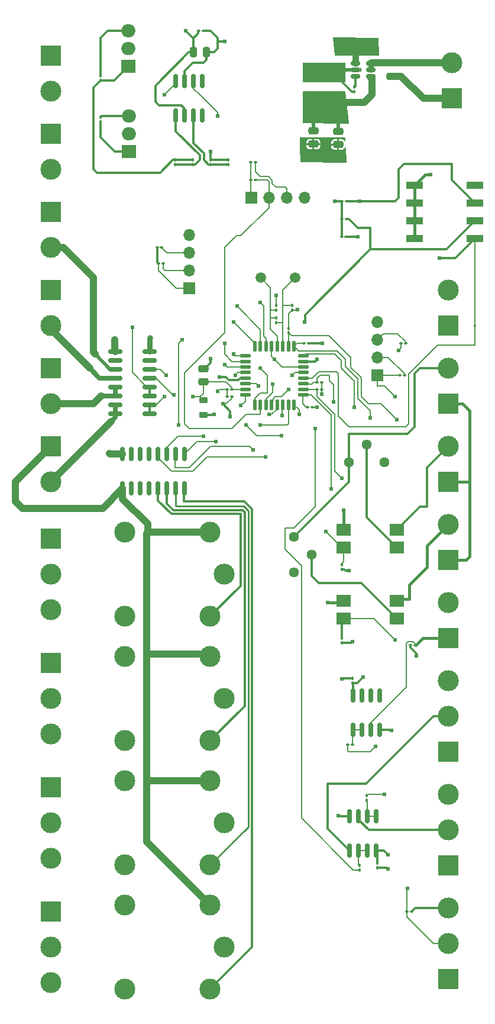
<source format=gbr>
%TF.GenerationSoftware,KiCad,Pcbnew,(6.0.5)*%
%TF.CreationDate,2022-07-22T19:12:55-04:00*%
%TF.ProjectId,LIFFY_KICAD,4c494646-595f-44b4-9943-41442e6b6963,rev?*%
%TF.SameCoordinates,Original*%
%TF.FileFunction,Copper,L1,Top*%
%TF.FilePolarity,Positive*%
%FSLAX46Y46*%
G04 Gerber Fmt 4.6, Leading zero omitted, Abs format (unit mm)*
G04 Created by KiCad (PCBNEW (6.0.5)) date 2022-07-22 19:12:55*
%MOMM*%
%LPD*%
G01*
G04 APERTURE LIST*
G04 Aperture macros list*
%AMRoundRect*
0 Rectangle with rounded corners*
0 $1 Rounding radius*
0 $2 $3 $4 $5 $6 $7 $8 $9 X,Y pos of 4 corners*
0 Add a 4 corners polygon primitive as box body*
4,1,4,$2,$3,$4,$5,$6,$7,$8,$9,$2,$3,0*
0 Add four circle primitives for the rounded corners*
1,1,$1+$1,$2,$3*
1,1,$1+$1,$4,$5*
1,1,$1+$1,$6,$7*
1,1,$1+$1,$8,$9*
0 Add four rect primitives between the rounded corners*
20,1,$1+$1,$2,$3,$4,$5,0*
20,1,$1+$1,$4,$5,$6,$7,0*
20,1,$1+$1,$6,$7,$8,$9,0*
20,1,$1+$1,$8,$9,$2,$3,0*%
G04 Aperture macros list end*
%TA.AperFunction,ComponentPad*%
%ADD10R,3.000000X3.000000*%
%TD*%
%TA.AperFunction,ComponentPad*%
%ADD11C,3.000000*%
%TD*%
%TA.AperFunction,SMDPad,CuDef*%
%ADD12RoundRect,0.150000X0.150000X-0.825000X0.150000X0.825000X-0.150000X0.825000X-0.150000X-0.825000X0*%
%TD*%
%TA.AperFunction,ComponentPad*%
%ADD13C,1.440000*%
%TD*%
%TA.AperFunction,SMDPad,CuDef*%
%ADD14R,2.000000X1.780000*%
%TD*%
%TA.AperFunction,SMDPad,CuDef*%
%ADD15RoundRect,0.100000X0.100000X-0.130000X0.100000X0.130000X-0.100000X0.130000X-0.100000X-0.130000X0*%
%TD*%
%TA.AperFunction,SMDPad,CuDef*%
%ADD16RoundRect,0.100000X-0.130000X-0.100000X0.130000X-0.100000X0.130000X0.100000X-0.130000X0.100000X0*%
%TD*%
%TA.AperFunction,SMDPad,CuDef*%
%ADD17RoundRect,0.150000X0.512500X0.150000X-0.512500X0.150000X-0.512500X-0.150000X0.512500X-0.150000X0*%
%TD*%
%TA.AperFunction,ComponentPad*%
%ADD18R,2.000000X1.905000*%
%TD*%
%TA.AperFunction,ComponentPad*%
%ADD19O,2.000000X1.905000*%
%TD*%
%TA.AperFunction,SMDPad,CuDef*%
%ADD20RoundRect,0.250000X-0.475000X0.250000X-0.475000X-0.250000X0.475000X-0.250000X0.475000X0.250000X0*%
%TD*%
%TA.AperFunction,SMDPad,CuDef*%
%ADD21RoundRect,0.100000X0.130000X0.100000X-0.130000X0.100000X-0.130000X-0.100000X0.130000X-0.100000X0*%
%TD*%
%TA.AperFunction,SMDPad,CuDef*%
%ADD22RoundRect,0.150000X-0.150000X0.825000X-0.150000X-0.825000X0.150000X-0.825000X0.150000X0.825000X0*%
%TD*%
%TA.AperFunction,SMDPad,CuDef*%
%ADD23RoundRect,0.250000X-0.250000X-0.475000X0.250000X-0.475000X0.250000X0.475000X-0.250000X0.475000X0*%
%TD*%
%TA.AperFunction,ComponentPad*%
%ADD24R,1.700000X1.700000*%
%TD*%
%TA.AperFunction,ComponentPad*%
%ADD25O,1.700000X1.700000*%
%TD*%
%TA.AperFunction,SMDPad,CuDef*%
%ADD26RoundRect,0.100000X-0.100000X0.130000X-0.100000X-0.130000X0.100000X-0.130000X0.100000X0.130000X0*%
%TD*%
%TA.AperFunction,SMDPad,CuDef*%
%ADD27RoundRect,0.150000X0.825000X0.150000X-0.825000X0.150000X-0.825000X-0.150000X0.825000X-0.150000X0*%
%TD*%
%TA.AperFunction,SMDPad,CuDef*%
%ADD28R,5.100000X2.350000*%
%TD*%
%TA.AperFunction,SMDPad,CuDef*%
%ADD29RoundRect,0.250000X0.475000X-0.250000X0.475000X0.250000X-0.475000X0.250000X-0.475000X-0.250000X0*%
%TD*%
%TA.AperFunction,ComponentPad*%
%ADD30C,1.500000*%
%TD*%
%TA.AperFunction,SMDPad,CuDef*%
%ADD31R,2.440000X1.120000*%
%TD*%
%TA.AperFunction,SMDPad,CuDef*%
%ADD32RoundRect,0.218750X-0.381250X0.218750X-0.381250X-0.218750X0.381250X-0.218750X0.381250X0.218750X0*%
%TD*%
%TA.AperFunction,SMDPad,CuDef*%
%ADD33RoundRect,0.125000X-0.625000X-0.125000X0.625000X-0.125000X0.625000X0.125000X-0.625000X0.125000X0*%
%TD*%
%TA.AperFunction,SMDPad,CuDef*%
%ADD34RoundRect,0.125000X-0.125000X-0.625000X0.125000X-0.625000X0.125000X0.625000X-0.125000X0.625000X0*%
%TD*%
%TA.AperFunction,ViaPad*%
%ADD35C,0.609600*%
%TD*%
%TA.AperFunction,ViaPad*%
%ADD36C,0.800000*%
%TD*%
%TA.AperFunction,Conductor*%
%ADD37C,1.016000*%
%TD*%
%TA.AperFunction,Conductor*%
%ADD38C,0.304800*%
%TD*%
%TA.AperFunction,Conductor*%
%ADD39C,0.762000*%
%TD*%
%TA.AperFunction,Conductor*%
%ADD40C,0.250000*%
%TD*%
%TA.AperFunction,Conductor*%
%ADD41C,0.203200*%
%TD*%
%TA.AperFunction,Conductor*%
%ADD42C,0.508000*%
%TD*%
%TA.AperFunction,Conductor*%
%ADD43C,0.457200*%
%TD*%
%TA.AperFunction,Conductor*%
%ADD44C,0.889000*%
%TD*%
%TA.AperFunction,Conductor*%
%ADD45C,0.381000*%
%TD*%
%TA.AperFunction,Conductor*%
%ADD46C,0.200000*%
%TD*%
%TA.AperFunction,Conductor*%
%ADD47C,0.635000*%
%TD*%
G04 APERTURE END LIST*
D10*
%TO.P,J20,1,Pin_1*%
%TO.N,Net-(J20-Pad1)*%
X64516000Y-117856000D03*
D11*
%TO.P,J20,2,Pin_2*%
%TO.N,Net-(J20-Pad2)*%
X64516000Y-122936000D03*
%TO.P,J20,3,Pin_3*%
%TO.N,Net-(J20-Pad3)*%
X64516000Y-128016000D03*
%TD*%
D12*
%TO.P,U2,1*%
%TO.N,Net-(R10-Pad1)*%
X107823000Y-127443000D03*
%TO.P,U2,2,-*%
X109093000Y-127443000D03*
%TO.P,U2,3,+*%
%TO.N,Net-(J4-Pad1)*%
X110363000Y-127443000D03*
%TO.P,U2,4,V-*%
%TO.N,GND*%
X111633000Y-127443000D03*
%TO.P,U2,5,+*%
%TO.N,unconnected-(U2-Pad5)*%
X111633000Y-122493000D03*
%TO.P,U2,6,-*%
%TO.N,unconnected-(U2-Pad6)*%
X110363000Y-122493000D03*
%TO.P,U2,7*%
%TO.N,unconnected-(U2-Pad7)*%
X109093000Y-122493000D03*
%TO.P,U2,8,V+*%
%TO.N,+5V*%
X107823000Y-122493000D03*
%TD*%
D13*
%TO.P,RV2,1,1*%
%TO.N,+6V*%
X99314000Y-99822000D03*
%TO.P,RV2,2,2*%
%TO.N,Net-(RV2-Pad2)*%
X101854000Y-102362000D03*
%TO.P,RV2,3,3*%
%TO.N,unconnected-(RV2-Pad3)*%
X99314000Y-104902000D03*
%TD*%
D10*
%TO.P,J12,1,Pin_1*%
%TO.N,+12V*%
X64516000Y-64516000D03*
D11*
%TO.P,J12,2,Pin_2*%
%TO.N,Net-(J12-Pad2)*%
X64516000Y-69596000D03*
%TD*%
D14*
%TO.P,U3,1*%
%TO.N,Net-(RV1-Pad2)*%
X114046000Y-101346000D03*
%TO.P,U3,2*%
%TO.N,Net-(J6-Pad2)*%
X114046000Y-98806000D03*
%TO.P,U3,3*%
%TO.N,GND*%
X106426000Y-98806000D03*
%TO.P,U3,4*%
%TO.N,/Sensores LIFFY/LV1*%
X106426000Y-101346000D03*
%TD*%
D13*
%TO.P,RV1,1,1*%
%TO.N,+6V*%
X107178000Y-89159000D03*
%TO.P,RV1,2,2*%
%TO.N,Net-(RV1-Pad2)*%
X109718000Y-86619000D03*
%TO.P,RV1,3,3*%
%TO.N,unconnected-(RV1-Pad3)*%
X112258000Y-89159000D03*
%TD*%
D15*
%TO.P,R17,1*%
%TO.N,Net-(Q2-Pad1)*%
X71628000Y-40452000D03*
%TO.P,R17,2*%
%TO.N,GND*%
X71628000Y-39812000D03*
%TD*%
D16*
%TO.P,R3,1*%
%TO.N,+5V*%
X106197000Y-51816000D03*
%TO.P,R3,2*%
%TO.N,/DIPSWITCHES/DIP3*%
X106837000Y-51816000D03*
%TD*%
D17*
%TO.P,U7,1,FB*%
%TO.N,+5V*%
X110357500Y-33970000D03*
%TO.P,U7,2,EN*%
%TO.N,+12V*%
X110357500Y-33020000D03*
%TO.P,U7,3,IN*%
X110357500Y-32070000D03*
%TO.P,U7,4,GND*%
%TO.N,GND*%
X108082500Y-32070000D03*
%TO.P,U7,5,SW*%
%TO.N,/Fuente Conmutada 5V/SW*%
X108082500Y-33020000D03*
%TO.P,U7,6,BST*%
%TO.N,Net-(C15-Pad1)*%
X108082500Y-33970000D03*
%TD*%
D18*
%TO.P,Q2,1,G*%
%TO.N,Net-(Q2-Pad1)*%
X75692000Y-44704000D03*
D19*
%TO.P,Q2,2,D*%
%TO.N,Net-(J7-Pad1)*%
X75692000Y-42164000D03*
%TO.P,Q2,3,S*%
%TO.N,GND*%
X75692000Y-39624000D03*
%TD*%
D20*
%TO.P,C17,1*%
%TO.N,+5V*%
X105664000Y-41788000D03*
%TO.P,C17,2*%
%TO.N,GND*%
X105664000Y-43688000D03*
%TD*%
D15*
%TO.P,R11,1*%
%TO.N,+5V*%
X106172000Y-114940000D03*
%TO.P,R11,2*%
%TO.N,/Sensores LIFFY/LV2*%
X106172000Y-114300000D03*
%TD*%
D10*
%TO.P,J10,1,Pin_1*%
%TO.N,+12V*%
X64516000Y-86868000D03*
D11*
%TO.P,J10,2,Pin_2*%
%TO.N,Net-(J10-Pad2)*%
X64516000Y-91948000D03*
%TD*%
D21*
%TO.P,R4,1*%
%TO.N,Net-(J4-Pad1)*%
X116652000Y-115316000D03*
%TO.P,R4,2*%
%TO.N,GND*%
X116012000Y-115316000D03*
%TD*%
D22*
%TO.P,U8,1,I1*%
%TO.N,/4 Relays/RELE1*%
X83693000Y-87949000D03*
%TO.P,U8,2,I2*%
%TO.N,/4 Relays/RELE2*%
X82423000Y-87949000D03*
%TO.P,U8,3,I3*%
%TO.N,/4 Relays/RELE3*%
X81153000Y-87949000D03*
%TO.P,U8,4,I4*%
%TO.N,/4 Relays/RELE4*%
X79883000Y-87949000D03*
%TO.P,U8,5,I5*%
%TO.N,unconnected-(U8-Pad5)*%
X78613000Y-87949000D03*
%TO.P,U8,6,I6*%
%TO.N,unconnected-(U8-Pad6)*%
X77343000Y-87949000D03*
%TO.P,U8,7,I7*%
%TO.N,unconnected-(U8-Pad7)*%
X76073000Y-87949000D03*
%TO.P,U8,8,GND*%
%TO.N,GND*%
X74803000Y-87949000D03*
%TO.P,U8,9,COM*%
%TO.N,+12V*%
X74803000Y-92899000D03*
%TO.P,U8,10,O7*%
%TO.N,unconnected-(U8-Pad10)*%
X76073000Y-92899000D03*
%TO.P,U8,11,O6*%
%TO.N,unconnected-(U8-Pad11)*%
X77343000Y-92899000D03*
%TO.P,U8,12,O5*%
%TO.N,unconnected-(U8-Pad12)*%
X78613000Y-92899000D03*
%TO.P,U8,13,O4*%
%TO.N,Net-(K4-PadA2)*%
X79883000Y-92899000D03*
%TO.P,U8,14,O3*%
%TO.N,Net-(K3-PadA2)*%
X81153000Y-92899000D03*
%TO.P,U8,15,O2*%
%TO.N,Net-(K2-PadA2)*%
X82423000Y-92899000D03*
%TO.P,U8,16,O1*%
%TO.N,Net-(K1-PadA2)*%
X83693000Y-92899000D03*
%TD*%
D16*
%TO.P,R2,1*%
%TO.N,+5V*%
X106197000Y-54356000D03*
%TO.P,R2,2*%
%TO.N,/DIPSWITCHES/DIP2*%
X106837000Y-54356000D03*
%TD*%
D23*
%TO.P,C8,1*%
%TO.N,+12V*%
X84902000Y-30480000D03*
%TO.P,C8,2*%
%TO.N,GND*%
X86802000Y-30480000D03*
%TD*%
D11*
%TO.P,K1,11*%
%TO.N,Net-(J18-Pad2)*%
X89330000Y-158496000D03*
%TO.P,K1,12*%
%TO.N,Net-(J18-Pad3)*%
X75130000Y-164496000D03*
%TO.P,K1,14*%
%TO.N,Net-(J18-Pad1)*%
X75130000Y-152496000D03*
%TO.P,K1,A1*%
%TO.N,+12V*%
X87330000Y-152496000D03*
%TO.P,K1,A2*%
%TO.N,Net-(K1-PadA2)*%
X87330000Y-164496000D03*
%TD*%
D10*
%TO.P,J1,1,Pin_1*%
%TO.N,GND*%
X121920000Y-37084000D03*
D11*
%TO.P,J1,2,Pin_2*%
%TO.N,+12V*%
X121920000Y-32004000D03*
%TD*%
D16*
%TO.P,C5,1*%
%TO.N,/Sensores LIFFY/LDR_DATA*%
X101280000Y-81280000D03*
%TO.P,C5,2*%
%TO.N,GND*%
X101920000Y-81280000D03*
%TD*%
%TO.P,R21,1*%
%TO.N,+5V*%
X114651000Y-72136000D03*
%TO.P,R21,2*%
%TO.N,/Comunic. & Program./BKGD_PIN*%
X115291000Y-72136000D03*
%TD*%
%TO.P,R22,1*%
%TO.N,+5V*%
X93152000Y-46228000D03*
%TO.P,R22,2*%
%TO.N,/Comunic. & Program./SCL_PIN*%
X93792000Y-46228000D03*
%TD*%
D15*
%TO.P,R6,1*%
%TO.N,Net-(R6-Pad1)*%
X109728000Y-137480000D03*
%TO.P,R6,2*%
%TO.N,/Sensores LIFFY/TDS_DATA*%
X109728000Y-136840000D03*
%TD*%
D10*
%TO.P,J17,1,Pin_1*%
%TO.N,+12V*%
X64516000Y-53340000D03*
D11*
%TO.P,J17,2,Pin_2*%
%TO.N,Net-(J17-Pad2)*%
X64516000Y-58420000D03*
%TD*%
D10*
%TO.P,J5,1,Pin_1*%
%TO.N,GND*%
X121412000Y-163068000D03*
D11*
%TO.P,J5,2,Pin_2*%
%TO.N,/Sensores LIFFY/TEMP_HUM*%
X121412000Y-157988000D03*
%TO.P,J5,3,Pin_3*%
%TO.N,+5V*%
X121412000Y-152908000D03*
%TD*%
D16*
%TO.P,R1,1*%
%TO.N,+5V*%
X106172000Y-56896000D03*
%TO.P,R1,2*%
%TO.N,/DIPSWITCHES/DIP1*%
X106812000Y-56896000D03*
%TD*%
D10*
%TO.P,J18,1,Pin_1*%
%TO.N,Net-(J18-Pad1)*%
X64516000Y-153416000D03*
D11*
%TO.P,J18,2,Pin_2*%
%TO.N,Net-(J18-Pad2)*%
X64516000Y-158496000D03*
%TO.P,J18,3,Pin_3*%
%TO.N,Net-(J18-Pad3)*%
X64516000Y-163576000D03*
%TD*%
D20*
%TO.P,C16,1*%
%TO.N,+5V*%
X102108000Y-41722000D03*
%TO.P,C16,2*%
%TO.N,GND*%
X102108000Y-43622000D03*
%TD*%
D24*
%TO.P,J15,1,Pin_1*%
%TO.N,+5V*%
X111252000Y-76708000D03*
D25*
%TO.P,J15,2,Pin_2*%
%TO.N,/Comunic. & Program./RESET_PIN*%
X111252000Y-74168000D03*
%TO.P,J15,3,Pin_3*%
%TO.N,/Comunic. & Program./BKGD_PIN*%
X111252000Y-71628000D03*
%TO.P,J15,4,Pin_4*%
%TO.N,GND*%
X111252000Y-69088000D03*
%TD*%
D10*
%TO.P,J3,1,Pin_1*%
%TO.N,GND*%
X121412000Y-146812000D03*
D11*
%TO.P,J3,2,Pin_2*%
%TO.N,Net-(J3-Pad2)*%
X121412000Y-141732000D03*
%TO.P,J3,3,Pin_3*%
%TO.N,+5V*%
X121412000Y-136652000D03*
%TD*%
D26*
%TO.P,R7,1*%
%TO.N,Net-(C2-Pad2)*%
X96774000Y-68514000D03*
%TO.P,R7,2*%
%TO.N,Net-(C1-Pad2)*%
X96774000Y-69154000D03*
%TD*%
D21*
%TO.P,R5,1*%
%TO.N,+5V*%
X116144000Y-153416000D03*
%TO.P,R5,2*%
%TO.N,/Sensores LIFFY/TEMP_HUM*%
X115504000Y-153416000D03*
%TD*%
D10*
%TO.P,J8,1,Pin_1*%
%TO.N,GND*%
X121412000Y-69596000D03*
D11*
%TO.P,J8,2,Pin_2*%
%TO.N,+5V*%
X121412000Y-64516000D03*
%TD*%
D16*
%TO.P,R20,1*%
%TO.N,+5V*%
X93152000Y-48768000D03*
%TO.P,R20,2*%
%TO.N,/Comunic. & Program./SDA_PIN*%
X93792000Y-48768000D03*
%TD*%
D26*
%TO.P,C18,1*%
%TO.N,+5V*%
X111252000Y-146492000D03*
%TO.P,C18,2*%
%TO.N,GND*%
X111252000Y-147132000D03*
%TD*%
D24*
%TO.P,J21,1,Pin_1*%
%TO.N,+5V*%
X84328000Y-64252000D03*
D25*
%TO.P,J21,2,Pin_2*%
%TO.N,/Comunic. & Program./TX_PIN*%
X84328000Y-61712000D03*
%TO.P,J21,3,Pin_3*%
%TO.N,/Comunic. & Program./RX_PIN*%
X84328000Y-59172000D03*
%TO.P,J21,4,Pin_4*%
%TO.N,GND*%
X84328000Y-56632000D03*
%TD*%
D27*
%TO.P,U6,1,I1*%
%TO.N,/Motor Drivers/PW_MOTOR1*%
X78675000Y-82169000D03*
%TO.P,U6,2,I2*%
X78675000Y-80899000D03*
%TO.P,U6,3,I3*%
%TO.N,/Motor Drivers/PW_MOTOR2*%
X78675000Y-79629000D03*
%TO.P,U6,4,I4*%
X78675000Y-78359000D03*
%TO.P,U6,5,I5*%
%TO.N,/Motor Drivers/MOTOR1*%
X78675000Y-77089000D03*
%TO.P,U6,6,I6*%
%TO.N,/Motor Drivers/MOTOR2*%
X78675000Y-75819000D03*
%TO.P,U6,7,I7*%
%TO.N,unconnected-(U6-Pad7)*%
X78675000Y-74549000D03*
%TO.P,U6,8,GND*%
%TO.N,GND*%
X78675000Y-73279000D03*
%TO.P,U6,9,COM*%
%TO.N,+12V*%
X73725000Y-73279000D03*
%TO.P,U6,10,O7*%
%TO.N,unconnected-(U6-Pad10)*%
X73725000Y-74549000D03*
%TO.P,U6,11,O6*%
%TO.N,Net-(J17-Pad2)*%
X73725000Y-75819000D03*
%TO.P,U6,12,O5*%
%TO.N,Net-(J12-Pad2)*%
X73725000Y-77089000D03*
%TO.P,U6,13,O4*%
%TO.N,Net-(J11-Pad2)*%
X73725000Y-78359000D03*
%TO.P,U6,14,O3*%
X73725000Y-79629000D03*
%TO.P,U6,15,O2*%
%TO.N,Net-(J10-Pad2)*%
X73725000Y-80899000D03*
%TO.P,U6,16,O1*%
X73725000Y-82169000D03*
%TD*%
D11*
%TO.P,K4,11*%
%TO.N,Net-(J22-Pad2)*%
X89330000Y-105156000D03*
%TO.P,K4,12*%
%TO.N,Net-(J22-Pad3)*%
X75130000Y-111156000D03*
%TO.P,K4,14*%
%TO.N,Net-(J22-Pad1)*%
X75130000Y-99156000D03*
%TO.P,K4,A1*%
%TO.N,+12V*%
X87330000Y-99156000D03*
%TO.P,K4,A2*%
%TO.N,Net-(K4-PadA2)*%
X87330000Y-111156000D03*
%TD*%
D16*
%TO.P,C3,1*%
%TO.N,/Sensores LIFFY/TDS_DATA*%
X102641000Y-78740000D03*
%TO.P,C3,2*%
%TO.N,GND*%
X103281000Y-78740000D03*
%TD*%
D15*
%TO.P,C10,1*%
%TO.N,/Sensores LIFFY/LV2*%
X98552000Y-70612000D03*
%TO.P,C10,2*%
%TO.N,GND*%
X98552000Y-69972000D03*
%TD*%
D24*
%TO.P,J16,1,Pin_1*%
%TO.N,+5V*%
X93228000Y-51308000D03*
D25*
%TO.P,J16,2,Pin_2*%
%TO.N,/Comunic. & Program./SDA_PIN*%
X95768000Y-51308000D03*
%TO.P,J16,3,Pin_3*%
%TO.N,/Comunic. & Program./SCL_PIN*%
X98308000Y-51308000D03*
%TO.P,J16,4,Pin_4*%
%TO.N,GND*%
X100848000Y-51308000D03*
%TD*%
D22*
%TO.P,U1,1*%
%TO.N,Net-(R6-Pad1)*%
X111125000Y-139765000D03*
%TO.P,U1,2,-*%
X109855000Y-139765000D03*
%TO.P,U1,3,+*%
%TO.N,Net-(J3-Pad2)*%
X108585000Y-139765000D03*
%TO.P,U1,4,V-*%
%TO.N,GND*%
X107315000Y-139765000D03*
%TO.P,U1,5,+*%
%TO.N,Net-(J2-Pad2)*%
X107315000Y-144715000D03*
%TO.P,U1,6,-*%
%TO.N,Net-(R9-Pad1)*%
X108585000Y-144715000D03*
%TO.P,U1,7*%
X109855000Y-144715000D03*
%TO.P,U1,8,V+*%
%TO.N,+5V*%
X111125000Y-144715000D03*
%TD*%
D28*
%TO.P,L1,1,1*%
%TO.N,/Fuente Conmutada 5V/SW*%
X103632000Y-33485000D03*
%TO.P,L1,2,2*%
%TO.N,+5V*%
X103632000Y-37635000D03*
%TD*%
D29*
%TO.P,RV3,1*%
%TO.N,+5V*%
X86360000Y-77658000D03*
%TO.P,RV3,2*%
%TO.N,GND*%
X86360000Y-75758000D03*
%TD*%
D21*
%TO.P,R10,1*%
%TO.N,Net-(R10-Pad1)*%
X107696000Y-129540000D03*
%TO.P,R10,2*%
%TO.N,/Sensores LIFFY/LDR_DATA*%
X107056000Y-129540000D03*
%TD*%
D15*
%TO.P,R14,1*%
%TO.N,Net-(R14-Pad1)*%
X89916000Y-46548000D03*
%TO.P,R14,2*%
%TO.N,Net-(Q2-Pad1)*%
X89916000Y-45908000D03*
%TD*%
D26*
%TO.P,C2,1*%
%TO.N,GND*%
X96774000Y-66736000D03*
%TO.P,C2,2*%
%TO.N,Net-(C2-Pad2)*%
X96774000Y-67376000D03*
%TD*%
D15*
%TO.P,R13,1*%
%TO.N,Net-(R12-Pad1)*%
X84836000Y-46548000D03*
%TO.P,R13,2*%
%TO.N,Net-(Q1-Pad1)*%
X84836000Y-45908000D03*
%TD*%
D22*
%TO.P,U4,1,NC*%
%TO.N,unconnected-(U4-Pad1)*%
X86233000Y-34609000D03*
%TO.P,U4,2,IN_A*%
%TO.N,/Driver MOSFET para PWM 2 Outputs/PWM_R*%
X84963000Y-34609000D03*
%TO.P,U4,3,GND*%
%TO.N,GND*%
X83693000Y-34609000D03*
%TO.P,U4,4,IN_B*%
%TO.N,/Driver MOSFET para PWM 2 Outputs/PWM_A*%
X82423000Y-34609000D03*
%TO.P,U4,5,OUT_B*%
%TO.N,Net-(R12-Pad1)*%
X82423000Y-39559000D03*
%TO.P,U4,6,V+*%
%TO.N,+12V*%
X83693000Y-39559000D03*
%TO.P,U4,7,OUT_A*%
%TO.N,Net-(R14-Pad1)*%
X84963000Y-39559000D03*
%TO.P,U4,8,NC*%
%TO.N,unconnected-(U4-Pad8)*%
X86233000Y-39559000D03*
%TD*%
D15*
%TO.P,C1,1*%
%TO.N,GND*%
X99060000Y-67376000D03*
%TO.P,C1,2*%
%TO.N,Net-(C1-Pad2)*%
X99060000Y-66736000D03*
%TD*%
D10*
%TO.P,J9,1,Pin_1*%
%TO.N,GND1*%
X121412000Y-103124000D03*
D11*
%TO.P,J9,2,Pin_2*%
%TO.N,Net-(J9-Pad2)*%
X121412000Y-98044000D03*
%TD*%
D16*
%TO.P,C4,1*%
%TO.N,/Sensores LIFFY/pH_DATA*%
X102641000Y-77724000D03*
%TO.P,C4,2*%
%TO.N,GND*%
X103281000Y-77724000D03*
%TD*%
%TO.P,C9,1*%
%TO.N,+12V*%
X85720000Y-27432000D03*
%TO.P,C9,2*%
%TO.N,GND*%
X86360000Y-27432000D03*
%TD*%
D26*
%TO.P,C15,1*%
%TO.N,Net-(C15-Pad1)*%
X107950000Y-35494000D03*
%TO.P,C15,2*%
%TO.N,/Fuente Conmutada 5V/SW*%
X107950000Y-36134000D03*
%TD*%
D15*
%TO.P,R18,1*%
%TO.N,+5V*%
X106172000Y-104460000D03*
%TO.P,R18,2*%
%TO.N,/Sensores LIFFY/LV1*%
X106172000Y-103820000D03*
%TD*%
D16*
%TO.P,R23,1*%
%TO.N,+5V*%
X79944000Y-60706000D03*
%TO.P,R23,2*%
%TO.N,/Comunic. & Program./TX_PIN*%
X80584000Y-60706000D03*
%TD*%
%TO.P,C7,1*%
%TO.N,GND*%
X89759000Y-79756000D03*
%TO.P,C7,2*%
%TO.N,Net-(C7-Pad2)*%
X90399000Y-79756000D03*
%TD*%
%TO.P,R19,1*%
%TO.N,+5V*%
X114488000Y-76708000D03*
%TO.P,R19,2*%
%TO.N,/Comunic. & Program./RESET_PIN*%
X115128000Y-76708000D03*
%TD*%
D20*
%TO.P,C14,1*%
%TO.N,+12V*%
X113284000Y-32004000D03*
%TO.P,C14,2*%
%TO.N,GND*%
X113284000Y-33904000D03*
%TD*%
D10*
%TO.P,J4,1,Pin_1*%
%TO.N,Net-(J4-Pad1)*%
X121412000Y-114300000D03*
D11*
%TO.P,J4,2,Pin_2*%
%TO.N,+5V*%
X121412000Y-109220000D03*
%TD*%
D10*
%TO.P,J11,1,Pin_1*%
%TO.N,+12V*%
X64516000Y-75692000D03*
D11*
%TO.P,J11,2,Pin_2*%
%TO.N,Net-(J11-Pad2)*%
X64516000Y-80772000D03*
%TD*%
D30*
%TO.P,Y1,1,1*%
%TO.N,Net-(C2-Pad2)*%
X94578000Y-62738000D03*
%TO.P,Y1,2,2*%
%TO.N,Net-(C1-Pad2)*%
X99458000Y-62738000D03*
%TD*%
D15*
%TO.P,R12,1*%
%TO.N,Net-(R12-Pad1)*%
X82296000Y-46548000D03*
%TO.P,R12,2*%
%TO.N,Net-(Q1-Pad1)*%
X82296000Y-45908000D03*
%TD*%
D10*
%TO.P,J14,1,Pin_1*%
%TO.N,GND1*%
X121412000Y-80772000D03*
D11*
%TO.P,J14,2,Pin_2*%
%TO.N,+6V*%
X121412000Y-75692000D03*
%TD*%
D26*
%TO.P,R9,1*%
%TO.N,Net-(R9-Pad1)*%
X108712000Y-146812000D03*
%TO.P,R9,2*%
%TO.N,/Sensores LIFFY/pH_DATA*%
X108712000Y-147452000D03*
%TD*%
D16*
%TO.P,C11,1*%
%TO.N,/Sensores LIFFY/LV1*%
X100772000Y-72136000D03*
%TO.P,C11,2*%
%TO.N,GND*%
X101412000Y-72136000D03*
%TD*%
%TO.P,C6,1*%
%TO.N,GND*%
X89759000Y-78740000D03*
%TO.P,C6,2*%
%TO.N,+5V*%
X90399000Y-78740000D03*
%TD*%
D14*
%TO.P,U5,1*%
%TO.N,Net-(RV2-Pad2)*%
X114046000Y-111506000D03*
%TO.P,U5,2*%
%TO.N,Net-(J9-Pad2)*%
X114046000Y-108966000D03*
%TO.P,U5,3*%
%TO.N,GND*%
X106426000Y-108966000D03*
%TO.P,U5,4*%
%TO.N,/Sensores LIFFY/LV2*%
X106426000Y-111506000D03*
%TD*%
D10*
%TO.P,J2,1,Pin_1*%
%TO.N,GND*%
X121412000Y-130556000D03*
D11*
%TO.P,J2,2,Pin_2*%
%TO.N,Net-(J2-Pad2)*%
X121412000Y-125476000D03*
%TO.P,J2,3,Pin_3*%
%TO.N,+5V*%
X121412000Y-120396000D03*
%TD*%
%TO.P,K3,11*%
%TO.N,Net-(J20-Pad2)*%
X89330000Y-122936000D03*
%TO.P,K3,12*%
%TO.N,Net-(J20-Pad3)*%
X75130000Y-128936000D03*
%TO.P,K3,14*%
%TO.N,Net-(J20-Pad1)*%
X75130000Y-116936000D03*
%TO.P,K3,A1*%
%TO.N,+12V*%
X87330000Y-116936000D03*
%TO.P,K3,A2*%
%TO.N,Net-(K3-PadA2)*%
X87330000Y-128936000D03*
%TD*%
D16*
%TO.P,R24,1*%
%TO.N,+5V*%
X79756000Y-58420000D03*
%TO.P,R24,2*%
%TO.N,/Comunic. & Program./RX_PIN*%
X80396000Y-58420000D03*
%TD*%
D10*
%TO.P,J19,1,Pin_1*%
%TO.N,Net-(J19-Pad1)*%
X64516000Y-135636000D03*
D11*
%TO.P,J19,2,Pin_2*%
%TO.N,Net-(J19-Pad2)*%
X64516000Y-140716000D03*
%TO.P,J19,3,Pin_3*%
%TO.N,Net-(J19-Pad3)*%
X64516000Y-145796000D03*
%TD*%
D15*
%TO.P,C19,1*%
%TO.N,+5V*%
X107696000Y-120716000D03*
%TO.P,C19,2*%
%TO.N,GND*%
X107696000Y-120076000D03*
%TD*%
%TO.P,R15,1*%
%TO.N,Net-(R14-Pad1)*%
X87376000Y-46548000D03*
%TO.P,R15,2*%
%TO.N,Net-(Q2-Pad1)*%
X87376000Y-45908000D03*
%TD*%
D31*
%TO.P,SW1,1*%
%TO.N,/DIPSWITCHES/DIP1*%
X125209000Y-57150000D03*
%TO.P,SW1,2*%
%TO.N,/DIPSWITCHES/DIP2*%
X125209000Y-54610000D03*
%TO.P,SW1,3*%
%TO.N,/DIPSWITCHES/DIP3*%
X125209000Y-52070000D03*
%TO.P,SW1,4*%
%TO.N,unconnected-(SW1-Pad4)*%
X125209000Y-49530000D03*
%TO.P,SW1,5*%
%TO.N,GND*%
X116599000Y-49530000D03*
%TO.P,SW1,6*%
X116599000Y-52070000D03*
%TO.P,SW1,7*%
X116599000Y-54610000D03*
%TO.P,SW1,8*%
X116599000Y-57150000D03*
%TD*%
D18*
%TO.P,Q1,1,G*%
%TO.N,Net-(Q1-Pad1)*%
X75621000Y-32512000D03*
D19*
%TO.P,Q1,2,D*%
%TO.N,Net-(J13-Pad1)*%
X75621000Y-29972000D03*
%TO.P,Q1,3,S*%
%TO.N,GND*%
X75621000Y-27432000D03*
%TD*%
D32*
%TO.P,L2,1,1*%
%TO.N,+5V*%
X86360000Y-80217500D03*
%TO.P,L2,2,2*%
%TO.N,Net-(C7-Pad2)*%
X86360000Y-82342500D03*
%TD*%
D10*
%TO.P,J22,1,Pin_1*%
%TO.N,Net-(J22-Pad1)*%
X64516000Y-100076000D03*
D11*
%TO.P,J22,2,Pin_2*%
%TO.N,Net-(J22-Pad2)*%
X64516000Y-105156000D03*
%TO.P,J22,3,Pin_3*%
%TO.N,Net-(J22-Pad3)*%
X64516000Y-110236000D03*
%TD*%
D10*
%TO.P,J7,1,Pin_1*%
%TO.N,Net-(J7-Pad1)*%
X64516000Y-42164000D03*
D11*
%TO.P,J7,2,Pin_2*%
%TO.N,+12V*%
X64516000Y-47244000D03*
%TD*%
%TO.P,K2,11*%
%TO.N,Net-(J19-Pad2)*%
X89330000Y-140716000D03*
%TO.P,K2,12*%
%TO.N,Net-(J19-Pad3)*%
X75130000Y-146716000D03*
%TO.P,K2,14*%
%TO.N,Net-(J19-Pad1)*%
X75130000Y-134716000D03*
%TO.P,K2,A1*%
%TO.N,+12V*%
X87330000Y-134716000D03*
%TO.P,K2,A2*%
%TO.N,Net-(K2-PadA2)*%
X87330000Y-146716000D03*
%TD*%
D33*
%TO.P,IC1,1,PTC2*%
%TO.N,/Motor Drivers/PW_MOTOR1*%
X92345000Y-73908000D03*
%TO.P,IC1,2,PTC3*%
%TO.N,/Motor Drivers/PW_MOTOR2*%
X92345000Y-74708000D03*
%TO.P,IC1,3,PTC4*%
%TO.N,/Motor Drivers/MOTOR1*%
X92345000Y-75508000D03*
%TO.P,IC1,4,PTC5*%
%TO.N,/Motor Drivers/MOTOR2*%
X92345000Y-76308000D03*
%TO.P,IC1,5,PTC6*%
%TO.N,/Sensores LIFFY/TEMP_HUM*%
X92345000Y-77108000D03*
%TO.P,IC1,6,VSS*%
%TO.N,GND*%
X92345000Y-77908000D03*
%TO.P,IC1,7,VDD*%
%TO.N,+5V*%
X92345000Y-78708000D03*
%TO.P,IC1,8,PTA0*%
%TO.N,/Comunic. & Program./TX_PIN*%
X92345000Y-79508000D03*
D34*
%TO.P,IC1,9,PTA1*%
%TO.N,/Comunic. & Program./RX_PIN*%
X93720000Y-80883000D03*
%TO.P,IC1,10,PTA2*%
%TO.N,/Comunic. & Program./SDA_PIN*%
X94520000Y-80883000D03*
%TO.P,IC1,11,PTA3*%
%TO.N,/Comunic. & Program./SCL_PIN*%
X95320000Y-80883000D03*
%TO.P,IC1,12,PTF1/~{RESET}*%
%TO.N,/Comunic. & Program./RESET_PIN*%
X96120000Y-80883000D03*
%TO.P,IC1,13,PTA4*%
%TO.N,/4 Relays/RELE1*%
X96920000Y-80883000D03*
%TO.P,IC1,14,PTA5*%
%TO.N,/4 Relays/RELE2*%
X97720000Y-80883000D03*
%TO.P,IC1,15,PTA6*%
%TO.N,/4 Relays/RELE3*%
X98520000Y-80883000D03*
%TO.P,IC1,16,PTA7*%
%TO.N,/4 Relays/RELE4*%
X99320000Y-80883000D03*
D33*
%TO.P,IC1,17,PTB0*%
%TO.N,/Sensores LIFFY/LDR_DATA*%
X100695000Y-79508000D03*
%TO.P,IC1,18,PTB1*%
%TO.N,/Sensores LIFFY/TDS_DATA*%
X100695000Y-78708000D03*
%TO.P,IC1,19,PTB2*%
%TO.N,/Sensores LIFFY/pH_DATA*%
X100695000Y-77908000D03*
%TO.P,IC1,20,PTB3*%
%TO.N,/DIPSWITCHES/DIP1*%
X100695000Y-77108000D03*
%TO.P,IC1,21,VDDA/VREFH*%
%TO.N,Net-(C7-Pad2)*%
X100695000Y-76308000D03*
%TO.P,IC1,22,VSSA/VREFL*%
%TO.N,GND*%
X100695000Y-75508000D03*
%TO.P,IC1,23,PTB4*%
%TO.N,/DIPSWITCHES/DIP2*%
X100695000Y-74708000D03*
%TO.P,IC1,24,PTB5*%
%TO.N,/DIPSWITCHES/DIP3*%
X100695000Y-73908000D03*
D34*
%TO.P,IC1,25,PTB6*%
%TO.N,/Sensores LIFFY/LV1*%
X99320000Y-72533000D03*
%TO.P,IC1,26,PTB7*%
%TO.N,/Sensores LIFFY/LV2*%
X98520000Y-72533000D03*
%TO.P,IC1,27,PTE5/XTAL*%
%TO.N,Net-(C1-Pad2)*%
X97720000Y-72533000D03*
%TO.P,IC1,28,PTE6/EXTAL*%
%TO.N,Net-(C2-Pad2)*%
X96920000Y-72533000D03*
%TO.P,IC1,29,VSS*%
%TO.N,GND*%
X96120000Y-72533000D03*
%TO.P,IC1,30,PTF0/BKGD/MS*%
%TO.N,/Comunic. & Program./BKGD_PIN*%
X95320000Y-72533000D03*
%TO.P,IC1,31,PTC0*%
%TO.N,/Driver MOSFET para PWM 2 Outputs/PWM_R*%
X94520000Y-72533000D03*
%TO.P,IC1,32,PTC1*%
%TO.N,/Driver MOSFET para PWM 2 Outputs/PWM_A*%
X93720000Y-72533000D03*
%TD*%
D10*
%TO.P,J13,1,Pin_1*%
%TO.N,Net-(J13-Pad1)*%
X64516000Y-30988000D03*
D11*
%TO.P,J13,2,Pin_2*%
%TO.N,+12V*%
X64516000Y-36068000D03*
%TD*%
D15*
%TO.P,R16,1*%
%TO.N,Net-(Q1-Pad1)*%
X71628000Y-34519000D03*
%TO.P,R16,2*%
%TO.N,GND*%
X71628000Y-33879000D03*
%TD*%
D10*
%TO.P,J6,1,Pin_1*%
%TO.N,GND1*%
X121412000Y-91948000D03*
D11*
%TO.P,J6,2,Pin_2*%
%TO.N,Net-(J6-Pad2)*%
X121412000Y-86868000D03*
%TD*%
D35*
%TO.N,+12V*%
X73660000Y-71628000D03*
X83820000Y-27432000D03*
%TO.N,/Sensores LIFFY/TDS_DATA*%
X112268000Y-136652000D03*
X106172000Y-91440000D03*
%TO.N,+5V*%
X102616000Y-38100000D03*
X112776000Y-145288000D03*
X103632000Y-38100000D03*
X101600000Y-38100000D03*
X109220000Y-119888000D03*
X105156000Y-51816000D03*
X104648000Y-37084000D03*
X107188000Y-104648000D03*
X107696000Y-114808000D03*
X102616000Y-37084000D03*
X104648000Y-38100000D03*
X101600000Y-37084000D03*
X114300000Y-73152000D03*
X103632000Y-37084000D03*
X84836000Y-79756000D03*
X105664000Y-38100000D03*
X113792000Y-79756000D03*
%TO.N,GND*%
X106172000Y-45720000D03*
X107696000Y-29972000D03*
X103300900Y-79388802D03*
X96774000Y-65278000D03*
X109728000Y-29972000D03*
X104140000Y-45720000D03*
X96520000Y-74422000D03*
X116840000Y-116840000D03*
X88392000Y-78994000D03*
X102108000Y-44704000D03*
X105664000Y-29972000D03*
X109728000Y-28956000D03*
X106680000Y-29972000D03*
D36*
X78740000Y-71374000D03*
D35*
X105156000Y-45720000D03*
X102108000Y-43688000D03*
X89408000Y-28956000D03*
X105156000Y-44704000D03*
X104140000Y-109220000D03*
X99822000Y-67310000D03*
X104140000Y-44704000D03*
X101092000Y-45720000D03*
X102616000Y-81280000D03*
X101092000Y-44704000D03*
X112776000Y-147320000D03*
X105664000Y-139700000D03*
X108712000Y-28956000D03*
X107696000Y-28956000D03*
X103124000Y-45720000D03*
X113284000Y-127508000D03*
X87376000Y-74319900D03*
X118872000Y-48006000D03*
X103124000Y-44704000D03*
X110744000Y-29972000D03*
X106172000Y-44704000D03*
X110744000Y-28956000D03*
X106172000Y-120142000D03*
X103378000Y-72136000D03*
X102108000Y-45720000D03*
X106680000Y-28956000D03*
X72898000Y-87884000D03*
X106426000Y-96012000D03*
X94234000Y-78232000D03*
X108712000Y-29972000D03*
X105664000Y-28956000D03*
X105664000Y-43688000D03*
%TO.N,/Sensores LIFFY/pH_DATA*%
X102362000Y-84328000D03*
X105004100Y-80518000D03*
%TO.N,/Sensores LIFFY/LDR_DATA*%
X104648000Y-92964000D03*
X110998000Y-129794000D03*
%TO.N,/Sensores LIFFY/LV2*%
X114046000Y-83058000D03*
X113792000Y-114554000D03*
%TO.N,/Sensores LIFFY/LV1*%
X110236000Y-82804000D03*
X103886000Y-99060000D03*
%TO.N,/Fuente Conmutada 5V/SW*%
X104648000Y-32512000D03*
X105664000Y-32766000D03*
X102362000Y-33528000D03*
X102362000Y-32766000D03*
X105007000Y-33485000D03*
X101600000Y-34290000D03*
X103124000Y-32766000D03*
X101600000Y-33528000D03*
X101600000Y-32766000D03*
%TO.N,/Motor Drivers/PW_MOTOR1*%
X80771989Y-79756000D03*
X90678000Y-73660000D03*
%TO.N,/Motor Drivers/PW_MOTOR2*%
X76200000Y-69850000D03*
X89408000Y-72136000D03*
%TO.N,/Motor Drivers/MOTOR1*%
X82106024Y-79489857D03*
X89408000Y-75184000D03*
%TO.N,/Motor Drivers/MOTOR2*%
X90932000Y-76650291D03*
X81026000Y-76685470D03*
%TO.N,Net-(Q2-Pad1)*%
X87376000Y-44704000D03*
%TO.N,/Sensores LIFFY/TEMP_HUM*%
X88646000Y-76962000D03*
X115570000Y-150114000D03*
%TO.N,/Comunic. & Program./TX_PIN*%
X83312000Y-71628000D03*
X82804000Y-83820000D03*
X91694000Y-81026000D03*
%TO.N,/Comunic. & Program./RX_PIN*%
X94488000Y-75692000D03*
%TO.N,/Comunic. & Program./SCL_PIN*%
X96266000Y-77978000D03*
%TO.N,/Comunic. & Program./RESET_PIN*%
X92456000Y-83820000D03*
X97536000Y-85344000D03*
X98552000Y-78740000D03*
%TO.N,/4 Relays/RELE1*%
X88138000Y-86208100D03*
X95758000Y-82296000D03*
%TO.N,/4 Relays/RELE2*%
X97646381Y-82457761D03*
X93472000Y-87376000D03*
%TO.N,/4 Relays/RELE3*%
X86360000Y-85401709D03*
X94488000Y-83820000D03*
%TO.N,/4 Relays/RELE4*%
X95250000Y-88392000D03*
X100076000Y-82296000D03*
%TO.N,/DIPSWITCHES/DIP1*%
X120142000Y-59944000D03*
X108458000Y-56896000D03*
%TO.N,/DIPSWITCHES/DIP2*%
X102616000Y-74422000D03*
X100838000Y-69088000D03*
%TO.N,/DIPSWITCHES/DIP3*%
X108712000Y-51816000D03*
X107956909Y-81280000D03*
%TO.N,/Comunic. & Program./BKGD_PIN*%
X94488000Y-66294000D03*
%TO.N,/Driver MOSFET para PWM 2 Outputs/PWM_R*%
X91186000Y-66802000D03*
X88392000Y-39624000D03*
%TO.N,/Driver MOSFET para PWM 2 Outputs/PWM_A*%
X80772000Y-36576000D03*
X90678000Y-69088000D03*
%TO.N,Net-(C7-Pad2)*%
X99060000Y-76708000D03*
X89154000Y-80772000D03*
X87884000Y-82296000D03*
X90211380Y-82591380D03*
%TD*%
D37*
%TO.N,+12V*%
X87330000Y-134716000D02*
X78328000Y-134716000D01*
D38*
X79502000Y-35265919D02*
X84287919Y-30480000D01*
D37*
X78390000Y-99156000D02*
X82392000Y-99156000D01*
D38*
X83693000Y-39559001D02*
X83693000Y-38564922D01*
X84901989Y-30480000D02*
X84901989Y-28513989D01*
D39*
X110357488Y-33020000D02*
X110357488Y-32069989D01*
D37*
X59436000Y-91948000D02*
X64516000Y-86868000D01*
X74803000Y-94361000D02*
X74803000Y-92899000D01*
X87330000Y-99156000D02*
X82392000Y-99156000D01*
X113284000Y-32004000D02*
X110423500Y-32004000D01*
X71944000Y-95758000D02*
X60452000Y-95758000D01*
D38*
X84901989Y-28513989D02*
X85622486Y-27793518D01*
D40*
X78328000Y-134716000D02*
X78232000Y-134620000D01*
D37*
X60452000Y-95758000D02*
X59436000Y-94742000D01*
D38*
X84901989Y-28513989D02*
X83820000Y-27432000D01*
D37*
X113284000Y-32004000D02*
X121920000Y-32004000D01*
D38*
X83228078Y-38100000D02*
X80010000Y-38100000D01*
D37*
X73660000Y-71628000D02*
X73660000Y-73214000D01*
X59436000Y-94742000D02*
X59436000Y-91948000D01*
X78232000Y-143398000D02*
X87330000Y-152496000D01*
X110423500Y-32004000D02*
X110357500Y-32070000D01*
D38*
X80010000Y-38100000D02*
X79502000Y-37592000D01*
D37*
X73660000Y-73214000D02*
X73725000Y-73279000D01*
X78390000Y-99156000D02*
X78390000Y-97948000D01*
X78390000Y-97948000D02*
X74803000Y-94361000D01*
X78232000Y-134620000D02*
X78232000Y-99314000D01*
D38*
X83693000Y-38564922D02*
X83228078Y-38100000D01*
D37*
X78232000Y-134620000D02*
X78232000Y-143398000D01*
D38*
X84287919Y-30480000D02*
X84901989Y-30480000D01*
X79502000Y-37592000D02*
X79502000Y-35265919D01*
D37*
X87330000Y-116936000D02*
X86980000Y-116586000D01*
X78232000Y-99314000D02*
X78390000Y-99156000D01*
X86980000Y-116586000D02*
X78232000Y-116586000D01*
D38*
X85622486Y-27793518D02*
X85622486Y-27432000D01*
D37*
X74803000Y-92899000D02*
X71944000Y-95758000D01*
D41*
%TO.N,Net-(C1-Pad2)*%
X99458000Y-62738000D02*
X97720000Y-64476000D01*
X96774000Y-69154000D02*
X97602000Y-69154000D01*
X97838000Y-66736000D02*
X97720000Y-66618000D01*
X97602000Y-69154000D02*
X97720000Y-69272000D01*
X99060000Y-66736000D02*
X97838000Y-66736000D01*
X97720000Y-69272000D02*
X97720000Y-72533000D01*
X97720000Y-64476000D02*
X97720000Y-66618000D01*
X97720000Y-66618000D02*
X97720000Y-69272000D01*
%TO.N,Net-(C2-Pad2)*%
X95964880Y-66754880D02*
X95964880Y-68532880D01*
X96920000Y-71063874D02*
X96920000Y-72533000D01*
X94578000Y-62738000D02*
X95964880Y-64124880D01*
X95983760Y-68514000D02*
X95964880Y-68532880D01*
X96078000Y-67376000D02*
X96012000Y-67310000D01*
X95964880Y-70108754D02*
X96920000Y-71063874D01*
X95964880Y-66595120D02*
X95964880Y-66754880D01*
X95964880Y-64124880D02*
X95964880Y-66595120D01*
X96774000Y-68514000D02*
X95983760Y-68514000D01*
X95964880Y-68532880D02*
X95964880Y-70108754D01*
X96774000Y-67376000D02*
X96078000Y-67376000D01*
%TO.N,/Sensores LIFFY/TDS_DATA*%
X109916000Y-136652000D02*
X109728000Y-136840000D01*
X106172000Y-91440000D02*
X105156480Y-90424480D01*
X112268000Y-136652000D02*
X109916000Y-136652000D01*
X100727000Y-78740000D02*
X100695000Y-78708000D01*
X105156480Y-90424480D02*
X105156480Y-82241324D01*
X102616000Y-78765000D02*
X102641000Y-78740000D01*
X105156480Y-82241324D02*
X102641000Y-79725844D01*
X102641000Y-79725844D02*
X102641000Y-78740000D01*
X102641000Y-78740000D02*
X100727000Y-78740000D01*
D38*
%TO.N,+5V*%
X108392011Y-120715989D02*
X109220000Y-119888000D01*
X106172000Y-54381000D02*
X106197000Y-54356000D01*
X111252000Y-146492000D02*
X111252000Y-144842000D01*
D41*
X114651000Y-72801000D02*
X114300000Y-73152000D01*
D38*
X121412000Y-152908000D02*
X116652000Y-152908000D01*
D37*
X109431000Y-37635000D02*
X110490000Y-36576000D01*
D41*
X93152000Y-51232000D02*
X93152000Y-48768000D01*
D38*
X116652000Y-152908000D02*
X116144000Y-153416000D01*
X106665478Y-104648000D02*
X106477478Y-104460000D01*
D37*
X103632000Y-37635000D02*
X109431000Y-37635000D01*
D38*
X107823000Y-120843000D02*
X107696000Y-120716000D01*
D41*
X85898500Y-79756000D02*
X84836000Y-79756000D01*
X93228000Y-51308000D02*
X93152000Y-51232000D01*
D42*
X105664000Y-41788004D02*
X105664000Y-39624000D01*
D41*
X113792000Y-79756000D02*
X112268000Y-78232000D01*
X84328000Y-64252000D02*
X82494364Y-64252000D01*
D38*
X107696000Y-120716000D02*
X108392000Y-120716000D01*
D41*
X86360000Y-77658000D02*
X86360000Y-79294500D01*
X90399000Y-78506364D02*
X89550636Y-77658000D01*
D38*
X107188000Y-104648000D02*
X106665478Y-104648000D01*
X106197000Y-51816000D02*
X106197000Y-54356000D01*
D41*
X89550636Y-77658000D02*
X86360000Y-77658000D01*
X112268000Y-78232000D02*
X111252000Y-78232000D01*
X93152000Y-48768000D02*
X93152000Y-46228000D01*
D42*
X102108000Y-41722000D02*
X102108000Y-39624000D01*
D38*
X111125000Y-144715000D02*
X112203000Y-144715000D01*
D41*
X86360000Y-80217500D02*
X85898500Y-79756000D01*
D38*
X79756000Y-58420000D02*
X79756000Y-60517989D01*
D41*
X86360000Y-79294500D02*
X85898500Y-79756000D01*
X90399000Y-78740000D02*
X90399000Y-78506364D01*
X111252000Y-78232000D02*
X111252000Y-76708000D01*
D38*
X107564000Y-114940000D02*
X107696000Y-114808000D01*
D41*
X92313000Y-78740000D02*
X92345000Y-78708000D01*
X82494364Y-64252000D02*
X79944000Y-61701636D01*
D38*
X111252000Y-144842000D02*
X111125000Y-144715000D01*
D41*
X90399000Y-78740000D02*
X92313000Y-78740000D01*
D37*
X110490000Y-36576000D02*
X110490000Y-34162520D01*
D38*
X112203000Y-144715000D02*
X112776000Y-145288000D01*
D37*
X110490000Y-34162520D02*
X110357500Y-34162520D01*
D41*
X114488000Y-76708000D02*
X111252000Y-76708000D01*
D38*
X106172000Y-114940000D02*
X107564000Y-114940000D01*
X107823000Y-122493000D02*
X107823000Y-120843000D01*
X106172000Y-56896000D02*
X106172000Y-54381000D01*
D41*
X79944011Y-61701629D02*
X79944011Y-60706000D01*
X114651000Y-72136000D02*
X114651000Y-72801000D01*
D38*
X106477478Y-104460000D02*
X106172000Y-104460000D01*
X79756000Y-60518000D02*
X79944000Y-60706000D01*
X105156000Y-51816000D02*
X106196994Y-51816000D01*
D37*
%TO.N,GND*%
X121920000Y-37084000D02*
X117856000Y-37084000D01*
D41*
X88646000Y-78740000D02*
X89759000Y-78740000D01*
D43*
X104140000Y-109220000D02*
X106172000Y-109220000D01*
D38*
X86360000Y-32004000D02*
X86802011Y-31561989D01*
X101412000Y-72136000D02*
X103378000Y-72136000D01*
X71628000Y-33879000D02*
X71628000Y-28448000D01*
D44*
X108082512Y-32069989D02*
X108082512Y-30601488D01*
D37*
X74803000Y-87949000D02*
X72963000Y-87949000D01*
D41*
X97606000Y-75508000D02*
X100695000Y-75508000D01*
D43*
X118123000Y-48006000D02*
X116599000Y-49530000D01*
D41*
X103281000Y-79368902D02*
X103281000Y-78740000D01*
D38*
X71816000Y-39624000D02*
X75692000Y-39624000D01*
X113219000Y-127443000D02*
X113284000Y-127508000D01*
D41*
X98552000Y-69972000D02*
X98552000Y-67884000D01*
D38*
X116840000Y-116840000D02*
X116840000Y-116449478D01*
D37*
X114676000Y-33904000D02*
X117856000Y-37084000D01*
D38*
X106172000Y-120142000D02*
X106238000Y-120076000D01*
D43*
X116599000Y-54610000D02*
X116599000Y-57150000D01*
D41*
X96120000Y-74022000D02*
X96520000Y-74422000D01*
D38*
X83693000Y-34609000D02*
X83693000Y-33147000D01*
D41*
X94234000Y-78232000D02*
X93910000Y-77908000D01*
D38*
X86802011Y-31561989D02*
X86802011Y-30480000D01*
X86802011Y-30480000D02*
X87884000Y-30480000D01*
X88392000Y-28448000D02*
X87376000Y-27432000D01*
D43*
X118872000Y-48006000D02*
X118123000Y-48006000D01*
D42*
X105598000Y-43622000D02*
X105664000Y-43688000D01*
D41*
X89759000Y-78740000D02*
X89759000Y-79756000D01*
D37*
X72963000Y-87949000D02*
X72898000Y-87884000D01*
D38*
X86541102Y-75757989D02*
X87376000Y-74923091D01*
X87376000Y-74923091D02*
X87376000Y-74319900D01*
D41*
X98552000Y-67884000D02*
X99060000Y-67376000D01*
X99060000Y-67376000D02*
X99756000Y-67376000D01*
D37*
X113284000Y-33904000D02*
X114676000Y-33904000D01*
D41*
X102616000Y-81280000D02*
X101919989Y-81280000D01*
D38*
X112588000Y-147132000D02*
X112776000Y-147320000D01*
D37*
X108082500Y-30601500D02*
X108712000Y-29972000D01*
D38*
X78740000Y-71374000D02*
X78675000Y-71439000D01*
X84836000Y-32004000D02*
X86360000Y-32004000D01*
X111633000Y-127443000D02*
X113219000Y-127443000D01*
X116012000Y-115621478D02*
X116012000Y-115316000D01*
X88392000Y-29972000D02*
X88392000Y-28956000D01*
X88392000Y-28956000D02*
X88392000Y-28448000D01*
X88392000Y-28956000D02*
X89408000Y-28956000D01*
D44*
X86360000Y-75758000D02*
X86541100Y-75758000D01*
D43*
X116599000Y-49530000D02*
X116599000Y-52070000D01*
D38*
X116840000Y-116449478D02*
X116012000Y-115621478D01*
D41*
X103281000Y-78740000D02*
X103281000Y-77724000D01*
X96774000Y-66736000D02*
X96774000Y-65278000D01*
D38*
X71628000Y-28448000D02*
X72644000Y-27432000D01*
D41*
X96120000Y-72533000D02*
X96120000Y-74022000D01*
D38*
X111252000Y-147132000D02*
X112588000Y-147132000D01*
D43*
X116599000Y-52070000D02*
X116599000Y-54610000D01*
D38*
X107315000Y-139765000D02*
X105729000Y-139765000D01*
D41*
X96520000Y-74422000D02*
X97606000Y-75508000D01*
D38*
X106238000Y-120076000D02*
X107696000Y-120076000D01*
X87376000Y-27432000D02*
X86360000Y-27432000D01*
X72644000Y-27432000D02*
X75621000Y-27432000D01*
D41*
X100695000Y-75508000D02*
X100722000Y-75535000D01*
X93910000Y-77908000D02*
X92345000Y-77908000D01*
D38*
X105729000Y-139765000D02*
X105664000Y-139700000D01*
X83693000Y-33147000D02*
X84836000Y-32004000D01*
D45*
X106426000Y-96012000D02*
X106426000Y-98806000D01*
D38*
X71628000Y-39812000D02*
X71816000Y-39624000D01*
D39*
X78675001Y-71438999D02*
X78675001Y-73279000D01*
D43*
X106172000Y-109220000D02*
X106426000Y-108966000D01*
D38*
X87884000Y-30480000D02*
X88392000Y-29972000D01*
D41*
X88392000Y-78994000D02*
X88646000Y-78740000D01*
X99756000Y-67376000D02*
X99822000Y-67310000D01*
X103300900Y-79388802D02*
X103281000Y-79368902D01*
%TO.N,/Sensores LIFFY/pH_DATA*%
X102641000Y-77074900D02*
X102641000Y-77724000D01*
X102362000Y-84328000D02*
X102362000Y-95504000D01*
X102641000Y-77724000D02*
X102108000Y-77724000D01*
X104394000Y-76708000D02*
X103007900Y-76708000D01*
X105004100Y-78080100D02*
X104394000Y-77470000D01*
X100765000Y-77978000D02*
X100695000Y-77908000D01*
X103007900Y-76708000D02*
X102641000Y-77074900D01*
X100389111Y-140013111D02*
X107828000Y-147452000D01*
X105004100Y-80518000D02*
X105004100Y-78080100D01*
X102641000Y-77699000D02*
X102641000Y-77724000D01*
X99314000Y-98552000D02*
X98044000Y-98552000D01*
X102108000Y-77724000D02*
X101854000Y-77978000D01*
X101854000Y-77978000D02*
X100765000Y-77978000D01*
X102362000Y-95504000D02*
X99314000Y-98552000D01*
X107828000Y-147452000D02*
X108712000Y-147452000D01*
X100389111Y-103945111D02*
X100389111Y-140013111D01*
X104394000Y-77470000D02*
X104394000Y-76708000D01*
X98044000Y-101600000D02*
X100389111Y-103945111D01*
X102695880Y-77644120D02*
X102641000Y-77699000D01*
X98044000Y-98552000D02*
X98044000Y-101600000D01*
%TO.N,/Sensores LIFFY/LDR_DATA*%
X104648000Y-92964000D02*
X104648000Y-82378744D01*
X104648000Y-82378744D02*
X101777256Y-79508000D01*
X101777256Y-79508000D02*
X100695000Y-79508000D01*
X101092000Y-81280000D02*
X100584000Y-80772000D01*
X100584000Y-80772000D02*
X100584000Y-79619000D01*
X107056000Y-130424000D02*
X107056000Y-129540000D01*
X101280000Y-81280000D02*
X101092000Y-81280000D01*
X110236000Y-130556000D02*
X107188000Y-130556000D01*
X107188000Y-130556000D02*
X107056000Y-130424000D01*
X110998000Y-129794000D02*
X110236000Y-130556000D01*
X100584000Y-79619000D02*
X100695000Y-79508000D01*
%TO.N,/Sensores LIFFY/LV2*%
X98552000Y-70612000D02*
X98552000Y-72501000D01*
X107442000Y-74168000D02*
X107442000Y-75438000D01*
X98552000Y-72501000D02*
X98520000Y-72533000D01*
X108966000Y-79756000D02*
X109982000Y-80772000D01*
X104291911Y-71017911D02*
X107442000Y-74168000D01*
D38*
X106172000Y-114300000D02*
X106172000Y-111760000D01*
D41*
X110744000Y-111506000D02*
X106426000Y-111506000D01*
X107442000Y-75438000D02*
X107442000Y-75554100D01*
X109982000Y-80772000D02*
X111760000Y-80772000D01*
D38*
X106172000Y-111760000D02*
X106426000Y-111506000D01*
D41*
X113792000Y-114554000D02*
X110744000Y-111506000D01*
X111760000Y-80772000D02*
X114046000Y-83058000D01*
X98957911Y-71017911D02*
X104291911Y-71017911D01*
X98552000Y-70612000D02*
X98957911Y-71017911D01*
X108780950Y-76893050D02*
X108966000Y-77078100D01*
X108966000Y-77078100D02*
X108966000Y-79756000D01*
X107442000Y-75554100D02*
X108780950Y-76893050D01*
%TO.N,/Sensores LIFFY/LV1*%
X106426000Y-101346000D02*
X106426000Y-103378000D01*
X106680000Y-75438000D02*
X106680000Y-74422000D01*
X110236000Y-81788000D02*
X108458000Y-80010000D01*
X106680000Y-74422000D02*
X105461280Y-73203280D01*
X103886000Y-99060000D02*
X106172000Y-101346000D01*
X105461280Y-73203280D02*
X99990280Y-73203280D01*
X106172000Y-101346000D02*
X106426000Y-101346000D01*
X108458000Y-80010000D02*
X108458000Y-77216000D01*
X99990280Y-73203280D02*
X99320000Y-72533000D01*
X110236000Y-82804000D02*
X110236000Y-81788000D01*
X108458000Y-77216000D02*
X106680000Y-75438000D01*
X99717000Y-72136000D02*
X100772000Y-72136000D01*
X106426000Y-103378000D02*
X106172000Y-103632000D01*
X99717000Y-72136000D02*
X99320000Y-72533000D01*
D38*
%TO.N,Net-(C15-Pad1)*%
X108082500Y-33970000D02*
X108082500Y-35361500D01*
X108082500Y-35361500D02*
X107950000Y-35494000D01*
%TO.N,Net-(J2-Pad2)*%
X107315000Y-144399000D02*
X107315000Y-144715000D01*
X119290680Y-125476000D02*
X109638680Y-135128000D01*
X109638680Y-135128000D02*
X104140000Y-135128000D01*
X104140000Y-141540000D02*
X107315000Y-144715000D01*
X104140000Y-135128000D02*
X104140000Y-141540000D01*
X121412000Y-125476000D02*
X119290680Y-125476000D01*
%TO.N,Net-(J3-Pad2)*%
X108712000Y-139638000D02*
X108585000Y-139765000D01*
X110060811Y-141732000D02*
X108585000Y-140256189D01*
X121412000Y-141732000D02*
X110060811Y-141732000D01*
X108585000Y-140256189D02*
X108585000Y-139765000D01*
D41*
%TO.N,Net-(J4-Pad1)*%
X116652000Y-115082364D02*
X116330516Y-114760880D01*
X115426880Y-115027484D02*
X115426880Y-121301120D01*
D43*
X117740120Y-114300000D02*
X116724120Y-115316000D01*
D41*
X110363000Y-126365000D02*
X110363000Y-127443000D01*
X116652000Y-115316000D02*
X116652000Y-115082364D01*
D43*
X121412000Y-114300000D02*
X117740120Y-114300000D01*
D41*
X115426880Y-121301120D02*
X110363000Y-126365000D01*
X115693484Y-114760880D02*
X115426880Y-115027484D01*
X116330516Y-114760880D02*
X115693484Y-114760880D01*
D37*
%TO.N,/Fuente Conmutada 5V/SW*%
X103632000Y-33485000D02*
X105007000Y-33485000D01*
D38*
X107644522Y-36134000D02*
X104995522Y-33485000D01*
X107950000Y-36134000D02*
X107644522Y-36134000D01*
X104995522Y-33485000D02*
X103632000Y-33485000D01*
D45*
%TO.N,GND1*%
X124460000Y-102616000D02*
X124460000Y-81788000D01*
X121412000Y-91948000D02*
X124460000Y-91948000D01*
X121412000Y-103124000D02*
X123952000Y-103124000D01*
X124460000Y-81788000D02*
X123444000Y-80772000D01*
X123952000Y-103124000D02*
X124460000Y-102616000D01*
X123444000Y-80772000D02*
X121412000Y-80772000D01*
D38*
%TO.N,+6V*%
X121412000Y-75692000D02*
X117348000Y-75692000D01*
X116586000Y-76454000D02*
X116586000Y-84074000D01*
X107178000Y-89159000D02*
X107178000Y-91958000D01*
X115570000Y-85090000D02*
X107188000Y-85090000D01*
X107188000Y-85090000D02*
X107178000Y-85100000D01*
X116586000Y-84074000D02*
X115570000Y-85090000D01*
X117348000Y-75692000D02*
X116586000Y-76454000D01*
X107178000Y-91958000D02*
X99314000Y-99822000D01*
X107178000Y-85100000D02*
X107178000Y-89159000D01*
D41*
%TO.N,/Motor Drivers/PW_MOTOR1*%
X80771989Y-79756000D02*
X79628989Y-80899000D01*
X90678000Y-73660000D02*
X90678000Y-73902012D01*
X79628989Y-80899000D02*
X78675000Y-80899000D01*
X90678000Y-73902012D02*
X90672006Y-73908006D01*
X92345000Y-73908000D02*
X90672000Y-73908000D01*
D38*
X78675000Y-82169000D02*
X78675000Y-80899000D01*
D41*
%TO.N,/Motor Drivers/PW_MOTOR2*%
X76200000Y-69850000D02*
X76200000Y-76303347D01*
X92345000Y-74708000D02*
X90456000Y-74708000D01*
X76200000Y-76303347D02*
X78255653Y-78359000D01*
X89408000Y-73660000D02*
X89408000Y-72136000D01*
X78255653Y-78359000D02*
X78675000Y-78359000D01*
X90456000Y-74708000D02*
X89408000Y-73660000D01*
D38*
X78675000Y-79629000D02*
X78675000Y-78359000D01*
D41*
%TO.N,/Motor Drivers/MOTOR1*%
X89408000Y-75184000D02*
X89732000Y-75508000D01*
X89732000Y-75508000D02*
X92345000Y-75508000D01*
X82067937Y-79527937D02*
X79629000Y-77089000D01*
X79629000Y-77089000D02*
X78675000Y-77089000D01*
%TO.N,/Motor Drivers/MOTOR2*%
X92345000Y-76308000D02*
X91274303Y-76308000D01*
X91274303Y-76308000D02*
X90932000Y-76650303D01*
X81026000Y-76685470D02*
X80159530Y-75819000D01*
X80159530Y-75819000D02*
X78675000Y-75819000D01*
D38*
%TO.N,Net-(Q1-Pad1)*%
X70612000Y-35535000D02*
X71628000Y-34519000D01*
X81990522Y-45908000D02*
X80146522Y-47752000D01*
X70612000Y-47244000D02*
X70612000Y-35535000D01*
X80146522Y-47752000D02*
X71120000Y-47752000D01*
X73614000Y-34519000D02*
X71628000Y-34519000D01*
X84836000Y-45908000D02*
X82296000Y-45908000D01*
X71120000Y-47752000D02*
X70612000Y-47244000D01*
X75621000Y-32512000D02*
X73614000Y-34519000D01*
X82296000Y-45908000D02*
X81990522Y-45908000D01*
%TO.N,Net-(Q2-Pad1)*%
X71628000Y-42672000D02*
X71628000Y-40452000D01*
X89916000Y-45908000D02*
X87376000Y-45908000D01*
X87376000Y-44704000D02*
X87376000Y-45908000D01*
X75692000Y-44704000D02*
X73660000Y-44704000D01*
X73660000Y-44704000D02*
X71628000Y-42672000D01*
D41*
%TO.N,/Sensores LIFFY/TEMP_HUM*%
X119290680Y-157988000D02*
X115504000Y-154201320D01*
X115570000Y-150114000D02*
X115504000Y-150180000D01*
D38*
X89987466Y-77377089D02*
X91375077Y-77377089D01*
D41*
X115504000Y-150180000D02*
X115504000Y-153416000D01*
X121412000Y-157988000D02*
X119290680Y-157988000D01*
D38*
X89572377Y-76962000D02*
X89987466Y-77377089D01*
D41*
X115504000Y-154201320D02*
X115504000Y-153416000D01*
D38*
X91644166Y-77108000D02*
X92345000Y-77108000D01*
X88646000Y-76962000D02*
X89572377Y-76962000D01*
X91375077Y-77377089D02*
X91644166Y-77108000D01*
D41*
%TO.N,/Comunic. & Program./TX_PIN*%
X80584000Y-61468000D02*
X80828000Y-61712000D01*
X80584000Y-61468000D02*
X80584000Y-60706000D01*
X91694000Y-81026000D02*
X92345000Y-80375000D01*
X92345000Y-80375000D02*
X92345000Y-79508000D01*
X82804000Y-83820000D02*
X82804000Y-72136000D01*
X80828000Y-61712000D02*
X84328000Y-61712000D01*
X82804000Y-72136000D02*
X83312000Y-71628000D01*
%TO.N,/Comunic. & Program./RX_PIN*%
X81148000Y-59172000D02*
X84328000Y-59172000D01*
X95504000Y-79248000D02*
X94488000Y-79248000D01*
X93720000Y-80016000D02*
X93720000Y-80883000D01*
X94488000Y-75692000D02*
X95504000Y-76708000D01*
X94488000Y-79248000D02*
X93720000Y-80016000D01*
X80396000Y-58420000D02*
X81148000Y-59172000D01*
X95504000Y-76708000D02*
X95504000Y-79248000D01*
%TO.N,Net-(R6-Pad1)*%
X109855000Y-139765000D02*
X111125000Y-139765000D01*
X109855000Y-137607000D02*
X109728000Y-137480000D01*
X109855000Y-139765000D02*
X109855000Y-137607000D01*
%TO.N,/Comunic. & Program./SDA_PIN*%
X91083911Y-56744089D02*
X89408000Y-58420000D01*
X95768000Y-49032000D02*
X95768000Y-51308000D01*
X95504000Y-48768000D02*
X95768000Y-49032000D01*
X83668089Y-83668089D02*
X84328000Y-84328000D01*
X90424000Y-84328000D02*
X92456000Y-82296000D01*
X93792000Y-48768000D02*
X95504000Y-48768000D01*
X95768000Y-52689434D02*
X91713345Y-56744089D01*
X94488000Y-82296000D02*
X94520000Y-82264000D01*
X83668089Y-76351911D02*
X83668089Y-83668089D01*
X89408000Y-70612000D02*
X83668089Y-76351911D01*
X89408000Y-58420000D02*
X89408000Y-70612000D01*
X91713345Y-56744089D02*
X91083911Y-56744089D01*
X95768000Y-51308000D02*
X95768000Y-52689434D01*
X92456000Y-82296000D02*
X94488000Y-82296000D01*
X94520000Y-82264000D02*
X94520000Y-80883000D01*
X84328000Y-84328000D02*
X90424000Y-84328000D01*
%TO.N,/Comunic. & Program./SCL_PIN*%
X96266000Y-79131899D02*
X95320000Y-80077899D01*
X96224720Y-49221180D02*
X96787540Y-49784000D01*
X95320000Y-80077899D02*
X95320000Y-80883000D01*
X93792000Y-46228000D02*
X93792000Y-47564000D01*
X98044000Y-49784000D02*
X98308000Y-50048000D01*
X94488000Y-48260000D02*
X95641900Y-48260000D01*
X96266000Y-77978000D02*
X96266000Y-79131899D01*
X98308000Y-50048000D02*
X98308000Y-51308000D01*
X93792000Y-47564000D02*
X94488000Y-48260000D01*
X96224720Y-48842820D02*
X96224720Y-49221180D01*
X96787540Y-49784000D02*
X98044000Y-49784000D01*
X95641900Y-48260000D02*
X96224720Y-48842820D01*
%TO.N,/Comunic. & Program./RESET_PIN*%
X96314880Y-80059128D02*
X96314880Y-80264000D01*
X97536000Y-79756000D02*
X96618008Y-79756000D01*
X93980000Y-85344000D02*
X92456000Y-83820000D01*
X112821636Y-74168000D02*
X115128000Y-76474364D01*
X96120000Y-80458880D02*
X96314880Y-80264000D01*
X96120000Y-80883000D02*
X96120000Y-80458880D01*
X115128000Y-76474364D02*
X115128000Y-76708000D01*
X96618008Y-79756000D02*
X96314880Y-80059128D01*
X111252000Y-74168000D02*
X112821636Y-74168000D01*
X96012000Y-80775000D02*
X96120000Y-80883000D01*
X97536000Y-85344000D02*
X93980000Y-85344000D01*
X98552000Y-78740000D02*
X97536000Y-79756000D01*
%TO.N,/4 Relays/RELE1*%
X95758000Y-82296000D02*
X96135992Y-82296000D01*
X96135992Y-82296000D02*
X96920000Y-81511992D01*
X85433900Y-86208100D02*
X83693000Y-87949000D01*
X96920000Y-81511992D02*
X96920000Y-80883000D01*
X88138000Y-86208100D02*
X85433900Y-86208100D01*
%TO.N,/4 Relays/RELE2*%
X92964000Y-86868000D02*
X93472000Y-87376000D01*
X82296000Y-89916000D02*
X84328000Y-89916000D01*
X82423000Y-88368347D02*
X82296000Y-88495347D01*
X82423000Y-87949000D02*
X82423000Y-88368347D01*
X97646381Y-82457761D02*
X97646381Y-80956619D01*
X84328000Y-89916000D02*
X87376000Y-86868000D01*
X97646381Y-80956619D02*
X97720000Y-80883000D01*
X82296000Y-88495347D02*
X82296000Y-89916000D01*
X87376000Y-86868000D02*
X92964000Y-86868000D01*
X97742077Y-80905077D02*
X97720000Y-80883000D01*
D38*
%TO.N,Net-(RV2-Pad2)*%
X101854000Y-102362000D02*
X101854000Y-105410000D01*
X102870000Y-106426000D02*
X108966000Y-106426000D01*
X108966000Y-106426000D02*
X114046000Y-111506000D01*
X101854000Y-105410000D02*
X102870000Y-106426000D01*
D41*
%TO.N,/4 Relays/RELE3*%
X98520000Y-83598000D02*
X98520000Y-80883000D01*
X81788000Y-86360000D02*
X82746303Y-85401697D01*
X81153000Y-86995000D02*
X81788000Y-86360000D01*
X81153000Y-87949000D02*
X81153000Y-86995000D01*
X94488000Y-83820000D02*
X98298000Y-83820000D01*
X98298000Y-83820000D02*
X98520000Y-83598000D01*
X82746303Y-85401697D02*
X86360000Y-85401697D01*
%TO.N,/4 Relays/RELE4*%
X86868000Y-88392000D02*
X84836000Y-90424000D01*
X100076000Y-82296000D02*
X100076000Y-81639000D01*
X95250000Y-88392000D02*
X92645382Y-88392000D01*
X81788000Y-90424000D02*
X79756000Y-88392000D01*
X92645394Y-88392000D02*
X87884000Y-88392000D01*
X87884000Y-88392000D02*
X86868000Y-88392000D01*
X100076000Y-81639000D02*
X99320000Y-80883000D01*
X84836000Y-90424000D02*
X81788000Y-90424000D01*
%TO.N,/DIPSWITCHES/DIP1*%
X105664000Y-82550000D02*
X107188000Y-84074000D01*
X125209000Y-69610822D02*
X125209000Y-57150000D01*
X119860417Y-72390000D02*
X125222000Y-72390000D01*
X100695000Y-77108000D02*
X101962000Y-77108000D01*
X101962000Y-77108000D02*
X102870000Y-76200000D01*
D38*
X106812000Y-56896000D02*
X108458000Y-56896000D01*
X120142000Y-59944000D02*
X122415000Y-59944000D01*
D41*
X105410000Y-76200000D02*
X105664000Y-76454000D01*
X115316000Y-84074000D02*
X115763920Y-83626080D01*
D38*
X122415000Y-59944000D02*
X125209000Y-57150000D01*
D41*
X115763920Y-83626080D02*
X115763920Y-76486497D01*
X125222000Y-72390000D02*
X125222000Y-69623822D01*
X115763920Y-76486497D02*
X119860417Y-72390000D01*
D38*
X125222000Y-69623822D02*
X125209000Y-69610822D01*
D41*
X105664000Y-76454000D02*
X105664000Y-82550000D01*
X107188000Y-84074000D02*
X115316000Y-84074000D01*
X102870000Y-76200000D02*
X105410000Y-76200000D01*
D38*
%TO.N,/DIPSWITCHES/DIP2*%
X107177098Y-54356000D02*
X108447098Y-55626000D01*
X100889289Y-69036711D02*
X100889289Y-68020711D01*
X110236000Y-55626000D02*
X110236000Y-58674000D01*
X102330000Y-74708000D02*
X100695000Y-74708000D01*
X102616000Y-74422000D02*
X102330000Y-74708000D01*
X106837000Y-54356000D02*
X107177098Y-54356000D01*
X125209000Y-54610000D02*
X121145000Y-58674000D01*
X121145000Y-58674000D02*
X110236000Y-58674000D01*
X100838000Y-69088000D02*
X100889289Y-69036711D01*
X108447098Y-55626000D02*
X110236000Y-55626000D01*
D46*
X100663000Y-74676000D02*
X100695000Y-74708000D01*
D38*
X100889289Y-68020711D02*
X110236000Y-58674000D01*
D41*
%TO.N,/DIPSWITCHES/DIP3*%
X106089256Y-75692000D02*
X106089256Y-74593256D01*
D38*
X121920000Y-46482000D02*
X115062000Y-46482000D01*
X108712000Y-51816000D02*
X106920420Y-51816000D01*
X125209000Y-52070000D02*
X121920000Y-48781000D01*
D41*
X105156000Y-73660000D02*
X100943000Y-73660000D01*
X100943000Y-73660000D02*
X100695000Y-73908000D01*
X106089256Y-74593256D02*
X105156000Y-73660000D01*
D38*
X113792000Y-51816000D02*
X108712000Y-51816000D01*
X114300000Y-51308000D02*
X113792000Y-51816000D01*
X114300000Y-47244000D02*
X114300000Y-51308000D01*
X115062000Y-46482000D02*
X114300000Y-47244000D01*
D41*
X107956900Y-81280000D02*
X107956900Y-77559644D01*
X107956900Y-77559644D02*
X106089256Y-75692000D01*
D38*
X121920000Y-48781000D02*
X121920000Y-46482000D01*
D41*
%TO.N,/Comunic. & Program./BKGD_PIN*%
X115291000Y-72136000D02*
X115291000Y-71902364D01*
X94996000Y-71120000D02*
X95320000Y-71444000D01*
X115291000Y-71902364D02*
X114166636Y-70778000D01*
X94996000Y-66802000D02*
X94996000Y-71120000D01*
X114166636Y-70778000D02*
X112102000Y-70778000D01*
X112102000Y-70778000D02*
X111252000Y-71628000D01*
X94488000Y-66294000D02*
X94996000Y-66802000D01*
X95320000Y-71444000D02*
X95320000Y-72533000D01*
%TO.N,/Driver MOSFET para PWM 2 Outputs/PWM_R*%
X91186000Y-66802000D02*
X94520000Y-70136000D01*
X85852000Y-36576000D02*
X88392000Y-39116000D01*
X84963000Y-34609000D02*
X84963000Y-35687000D01*
X84963000Y-35687000D02*
X85852000Y-36576000D01*
X94520000Y-70136000D02*
X94520000Y-72533000D01*
X88392000Y-39116000D02*
X88392000Y-39624000D01*
%TO.N,/Driver MOSFET para PWM 2 Outputs/PWM_A*%
X82423000Y-34925000D02*
X82423000Y-34609000D01*
X93720000Y-72130000D02*
X90678000Y-69088000D01*
X80772000Y-36576000D02*
X82423000Y-34925000D01*
X93720000Y-71876000D02*
X93720000Y-72533000D01*
X93720000Y-72533000D02*
X93720000Y-72130000D01*
D38*
%TO.N,Net-(J6-Pad2)*%
X118364000Y-89916000D02*
X121412000Y-86868000D01*
X114046000Y-98806000D02*
X117348000Y-95504000D01*
X118364000Y-95504000D02*
X118364000Y-89916000D01*
X117348000Y-95504000D02*
X118364000Y-95504000D01*
D45*
%TO.N,Net-(J9-Pad2)*%
X118364000Y-104140000D02*
X118364000Y-101092000D01*
X115824000Y-106680000D02*
X118364000Y-104140000D01*
X115824000Y-108712000D02*
X115824000Y-106680000D01*
X114300000Y-108712000D02*
X115824000Y-108712000D01*
X114046000Y-108966000D02*
X114300000Y-108712000D01*
X118364000Y-101092000D02*
X121412000Y-98044000D01*
D47*
%TO.N,Net-(J10-Pad2)*%
X73725000Y-82169000D02*
X73725000Y-82739000D01*
D37*
X73152000Y-83312000D02*
X64516000Y-91948000D01*
D38*
X73725000Y-82169000D02*
X73660000Y-82234000D01*
D47*
X73725000Y-82739000D02*
X73152000Y-83312000D01*
X73724999Y-80899000D02*
X73724999Y-82169000D01*
%TO.N,Net-(J11-Pad2)*%
X73725000Y-79629000D02*
X71755000Y-79629000D01*
X73725000Y-78359000D02*
X73725000Y-79629000D01*
D37*
X70612000Y-80772000D02*
X64516000Y-80772000D01*
X71755000Y-79629000D02*
X70612000Y-80772000D01*
%TO.N,Net-(J12-Pad2)*%
X70104000Y-75692000D02*
X64262000Y-69850000D01*
D47*
X73725000Y-77089000D02*
X71501000Y-77089000D01*
X71501000Y-77089000D02*
X70104000Y-75692000D01*
D38*
%TO.N,Net-(J17-Pad2)*%
X73725000Y-75819000D02*
X73233811Y-75819000D01*
D37*
X70866000Y-73660000D02*
X70612000Y-73406000D01*
D42*
X73025000Y-75819000D02*
X73725000Y-75819000D01*
D38*
X74216189Y-75819000D02*
X73725000Y-75819000D01*
D37*
X66294000Y-58420000D02*
X64516000Y-58420000D01*
X70612000Y-62738000D02*
X66294000Y-58420000D01*
D42*
X70866000Y-73660000D02*
X73025000Y-75819000D01*
D37*
X70612000Y-73406000D02*
X70612000Y-62738000D01*
D38*
%TO.N,Net-(K1-PadA2)*%
X92207251Y-94742000D02*
X93314160Y-95848909D01*
X93314160Y-158511840D02*
X87330000Y-164496000D01*
X83566000Y-94742000D02*
X92207251Y-94742000D01*
X83693000Y-92899000D02*
X83566000Y-93026000D01*
X83566000Y-93026000D02*
X83566000Y-94742000D01*
X93314160Y-95848909D02*
X93314160Y-158511840D01*
X83693000Y-92899000D02*
X83768366Y-92899000D01*
D40*
%TO.N,Net-(K2-PadA2)*%
X82423000Y-95377000D02*
X92091417Y-95377000D01*
X92783240Y-141262760D02*
X87330000Y-146716000D01*
X92091417Y-95377000D02*
X92783240Y-96068823D01*
X82423000Y-92899000D02*
X82423000Y-95377000D01*
X92783240Y-96068823D02*
X92783240Y-141262760D01*
D38*
%TO.N,Net-(K3-PadA2)*%
X92252320Y-96288737D02*
X92252320Y-124013680D01*
X82042000Y-95961680D02*
X91925263Y-95961680D01*
X92252320Y-124013680D02*
X87330000Y-128936000D01*
X81153000Y-95072680D02*
X82042000Y-95961680D01*
X81153000Y-92899000D02*
X81153000Y-95072680D01*
X91925263Y-95961680D02*
X92252320Y-96288737D01*
%TO.N,Net-(K4-PadA2)*%
X79883000Y-92899000D02*
X79883000Y-94615000D01*
X91694000Y-106792000D02*
X87330000Y-111156000D01*
X79883000Y-94615000D02*
X81788000Y-96520000D01*
X91694000Y-96520000D02*
X91694000Y-106792000D01*
X81788000Y-96520000D02*
X91694000Y-96520000D01*
D41*
%TO.N,Net-(R9-Pad1)*%
X108585000Y-146685000D02*
X108712000Y-146812000D01*
X108585000Y-144715000D02*
X108585000Y-146685000D01*
X109855000Y-144715000D02*
X108585000Y-144715000D01*
%TO.N,Net-(R10-Pad1)*%
X107823000Y-127443000D02*
X107696000Y-127570000D01*
X107823000Y-127443000D02*
X109093000Y-127443000D01*
X107696000Y-127570000D02*
X107696000Y-129540000D01*
D38*
%TO.N,Net-(RV1-Pad2)*%
X109718000Y-97018000D02*
X114046000Y-101346000D01*
X109718000Y-86619000D02*
X109718000Y-97018000D01*
%TO.N,Net-(C7-Pad2)*%
X86360000Y-82342500D02*
X87837500Y-82342500D01*
X90211380Y-81829380D02*
X90211380Y-82591380D01*
D41*
X90399000Y-79989636D02*
X90399000Y-79756000D01*
D38*
X87837500Y-82342500D02*
X87884000Y-82296000D01*
X89154000Y-80772000D02*
X90211380Y-81829380D01*
D41*
X89616636Y-80772000D02*
X90399000Y-79989636D01*
X99060000Y-76708000D02*
X99460000Y-76308000D01*
X89154000Y-80772000D02*
X89616636Y-80772000D01*
X99460000Y-76308000D02*
X100695000Y-76308000D01*
D38*
%TO.N,Net-(R12-Pad1)*%
X85852000Y-45837478D02*
X85141478Y-46548000D01*
X82423000Y-41783000D02*
X85852000Y-45212000D01*
X82423000Y-39559000D02*
X82423000Y-41783000D01*
X84836000Y-46548000D02*
X82296000Y-46548000D01*
X85852000Y-45212000D02*
X85852000Y-45837478D01*
X85141478Y-46548000D02*
X84836000Y-46548000D01*
%TO.N,Net-(R14-Pad1)*%
X86410320Y-44980736D02*
X86410320Y-45887798D01*
X84963000Y-43533416D02*
X86410320Y-44980736D01*
X84963000Y-39559000D02*
X84963000Y-43533416D01*
X86410320Y-45887798D02*
X87070522Y-46548000D01*
X87070522Y-46548000D02*
X87376000Y-46548000D01*
X89916000Y-46548000D02*
X87376000Y-46548000D01*
%TD*%
%TA.AperFunction,Conductor*%
%TO.N,GND*%
G36*
X111401009Y-28446983D02*
G01*
X111445017Y-28465730D01*
X111462875Y-28508481D01*
X111501498Y-30924501D01*
X111483901Y-30968982D01*
X111439006Y-30988000D01*
X105211759Y-30988000D01*
X105167565Y-30969694D01*
X105149664Y-30932602D01*
X105148738Y-30924501D01*
X104865943Y-28451898D01*
X104879108Y-28405910D01*
X104920936Y-28382701D01*
X104928660Y-28382299D01*
X111401009Y-28446983D01*
G37*
%TD.AperFunction*%
%TD*%
%TA.AperFunction,Conductor*%
%TO.N,GND*%
G36*
X105311713Y-42688236D02*
G01*
X106620729Y-42691271D01*
X106664881Y-42709679D01*
X106683038Y-42751380D01*
X106697589Y-43131649D01*
X106698454Y-43154260D01*
X106681852Y-43199122D01*
X106638390Y-43219104D01*
X106593528Y-43202502D01*
X106586171Y-43193071D01*
X106585628Y-43193478D01*
X106501715Y-43081513D01*
X106495487Y-43075285D01*
X106387086Y-42994043D01*
X106379351Y-42989808D01*
X106252008Y-42942070D01*
X106244444Y-42940272D01*
X106188392Y-42934183D01*
X106185024Y-42934000D01*
X105803431Y-42934000D01*
X105794641Y-42937641D01*
X105791000Y-42946431D01*
X105791000Y-44429568D01*
X105794641Y-44438358D01*
X105803431Y-44441999D01*
X106185018Y-44441999D01*
X106188388Y-44441817D01*
X106244443Y-44435728D01*
X106252012Y-44433929D01*
X106379351Y-44386192D01*
X106387086Y-44381957D01*
X106495487Y-44300715D01*
X106501715Y-44294487D01*
X106582957Y-44186086D01*
X106587192Y-44178351D01*
X106614612Y-44105207D01*
X106647266Y-44070251D01*
X106695074Y-44068623D01*
X106730030Y-44101277D01*
X106735589Y-44124756D01*
X106816834Y-46248024D01*
X106800232Y-46292886D01*
X106753613Y-46312909D01*
X100275849Y-46233407D01*
X100231883Y-46214560D01*
X100214118Y-46171447D01*
X100194819Y-43918018D01*
X101129001Y-43918018D01*
X101129183Y-43921388D01*
X101135272Y-43977443D01*
X101137071Y-43985012D01*
X101184808Y-44112351D01*
X101189043Y-44120086D01*
X101270285Y-44228487D01*
X101276513Y-44234715D01*
X101384914Y-44315957D01*
X101392649Y-44320192D01*
X101519992Y-44367930D01*
X101527556Y-44369728D01*
X101583608Y-44375817D01*
X101586976Y-44376000D01*
X101968569Y-44376000D01*
X101977359Y-44372359D01*
X101981000Y-44363569D01*
X101981000Y-44363568D01*
X102235000Y-44363568D01*
X102238641Y-44372358D01*
X102247431Y-44375999D01*
X102629018Y-44375999D01*
X102632388Y-44375817D01*
X102688443Y-44369728D01*
X102696012Y-44367929D01*
X102823351Y-44320192D01*
X102831086Y-44315957D01*
X102939487Y-44234715D01*
X102945715Y-44228487D01*
X103026957Y-44120086D01*
X103031192Y-44112351D01*
X103078930Y-43985008D01*
X103079165Y-43984018D01*
X104685001Y-43984018D01*
X104685183Y-43987388D01*
X104691272Y-44043443D01*
X104693071Y-44051012D01*
X104740808Y-44178351D01*
X104745043Y-44186086D01*
X104826285Y-44294487D01*
X104832513Y-44300715D01*
X104940914Y-44381957D01*
X104948649Y-44386192D01*
X105075992Y-44433930D01*
X105083556Y-44435728D01*
X105139608Y-44441817D01*
X105142976Y-44442000D01*
X105524569Y-44442000D01*
X105533359Y-44438359D01*
X105537000Y-44429569D01*
X105537000Y-43827431D01*
X105533359Y-43818641D01*
X105524569Y-43815000D01*
X104697432Y-43815000D01*
X104688642Y-43818641D01*
X104685001Y-43827431D01*
X104685001Y-43984018D01*
X103079165Y-43984018D01*
X103080728Y-43977444D01*
X103086817Y-43921392D01*
X103087000Y-43918024D01*
X103087000Y-43761431D01*
X103083359Y-43752641D01*
X103074569Y-43749000D01*
X102247431Y-43749000D01*
X102238641Y-43752641D01*
X102235000Y-43761431D01*
X102235000Y-44363568D01*
X101981000Y-44363568D01*
X101981000Y-43761431D01*
X101977359Y-43752641D01*
X101968569Y-43749000D01*
X101141432Y-43749000D01*
X101132642Y-43752641D01*
X101129001Y-43761431D01*
X101129001Y-43918018D01*
X100194819Y-43918018D01*
X100191655Y-43548569D01*
X104685000Y-43548569D01*
X104688641Y-43557359D01*
X104697431Y-43561000D01*
X105524569Y-43561000D01*
X105533359Y-43557359D01*
X105537000Y-43548569D01*
X105537000Y-42946432D01*
X105533359Y-42937642D01*
X105524569Y-42934001D01*
X105142982Y-42934001D01*
X105139612Y-42934183D01*
X105083557Y-42940272D01*
X105075988Y-42942071D01*
X104948649Y-42989808D01*
X104940914Y-42994043D01*
X104832513Y-43075285D01*
X104826285Y-43081513D01*
X104745043Y-43189914D01*
X104740808Y-43197649D01*
X104693070Y-43324992D01*
X104691272Y-43332556D01*
X104685183Y-43388608D01*
X104685000Y-43391976D01*
X104685000Y-43548569D01*
X100191655Y-43548569D01*
X100191090Y-43482569D01*
X101129000Y-43482569D01*
X101132641Y-43491359D01*
X101141431Y-43495000D01*
X101968569Y-43495000D01*
X101977359Y-43491359D01*
X101981000Y-43482569D01*
X102235000Y-43482569D01*
X102238641Y-43491359D01*
X102247431Y-43495000D01*
X103074568Y-43495000D01*
X103083358Y-43491359D01*
X103086999Y-43482569D01*
X103086999Y-43325982D01*
X103086817Y-43322612D01*
X103080728Y-43266557D01*
X103078929Y-43258988D01*
X103031192Y-43131649D01*
X103026957Y-43123914D01*
X102945715Y-43015513D01*
X102939487Y-43009285D01*
X102831086Y-42928043D01*
X102823351Y-42923808D01*
X102696008Y-42876070D01*
X102688444Y-42874272D01*
X102632392Y-42868183D01*
X102629024Y-42868000D01*
X102247431Y-42868000D01*
X102238641Y-42871641D01*
X102235000Y-42880431D01*
X102235000Y-43482569D01*
X101981000Y-43482569D01*
X101981000Y-42880432D01*
X101977359Y-42871642D01*
X101968569Y-42868001D01*
X101586982Y-42868001D01*
X101583612Y-42868183D01*
X101527557Y-42874272D01*
X101519988Y-42876071D01*
X101392649Y-42923808D01*
X101384914Y-42928043D01*
X101276513Y-43009285D01*
X101270285Y-43015513D01*
X101189043Y-43123914D01*
X101184808Y-43131649D01*
X101137070Y-43258992D01*
X101135272Y-43266556D01*
X101129183Y-43322608D01*
X101129000Y-43325976D01*
X101129000Y-43482569D01*
X100191090Y-43482569D01*
X100189749Y-43325982D01*
X100184726Y-42739531D01*
X100202653Y-42695182D01*
X100247368Y-42676496D01*
X105311713Y-42688236D01*
G37*
%TD.AperFunction*%
%TD*%
%TA.AperFunction,Conductor*%
%TO.N,/Fuente Conmutada 5V/SW*%
G36*
X106661694Y-32022306D02*
G01*
X106680000Y-32066500D01*
X106680000Y-32766000D01*
X107976297Y-32766000D01*
X107986853Y-32767305D01*
X107986869Y-32767181D01*
X107990608Y-32767653D01*
X107994261Y-32768571D01*
X107998026Y-32768591D01*
X107998028Y-32768591D01*
X108081251Y-32769027D01*
X108163443Y-32769457D01*
X108167107Y-32768577D01*
X108167110Y-32768577D01*
X108170650Y-32767727D01*
X108185240Y-32766000D01*
X108903500Y-32766000D01*
X108947694Y-32784306D01*
X108966000Y-32828500D01*
X108966000Y-33211500D01*
X108947694Y-33255694D01*
X108903500Y-33274000D01*
X106680000Y-33274000D01*
X106680000Y-34735500D01*
X106661694Y-34779694D01*
X106617500Y-34798000D01*
X100646500Y-34798000D01*
X100602306Y-34779694D01*
X100584000Y-34735500D01*
X100584000Y-32066500D01*
X100602306Y-32022306D01*
X100646500Y-32004000D01*
X106617500Y-32004000D01*
X106661694Y-32022306D01*
G37*
%TD.AperFunction*%
%TD*%
%TA.AperFunction,Conductor*%
%TO.N,+5V*%
G36*
X106635658Y-36088002D02*
G01*
X106682151Y-36141658D01*
X106692728Y-36179740D01*
X107192168Y-40564525D01*
X107180003Y-40634472D01*
X107131954Y-40686739D01*
X107065718Y-40704779D01*
X106346789Y-40697594D01*
X100728494Y-40641445D01*
X100660576Y-40620763D01*
X100614622Y-40566645D01*
X100603754Y-40516011D01*
X100584562Y-36194560D01*
X100604262Y-36126351D01*
X100657710Y-36079620D01*
X100710561Y-36068000D01*
X106567537Y-36068000D01*
X106635658Y-36088002D01*
G37*
%TD.AperFunction*%
%TD*%
M02*

</source>
